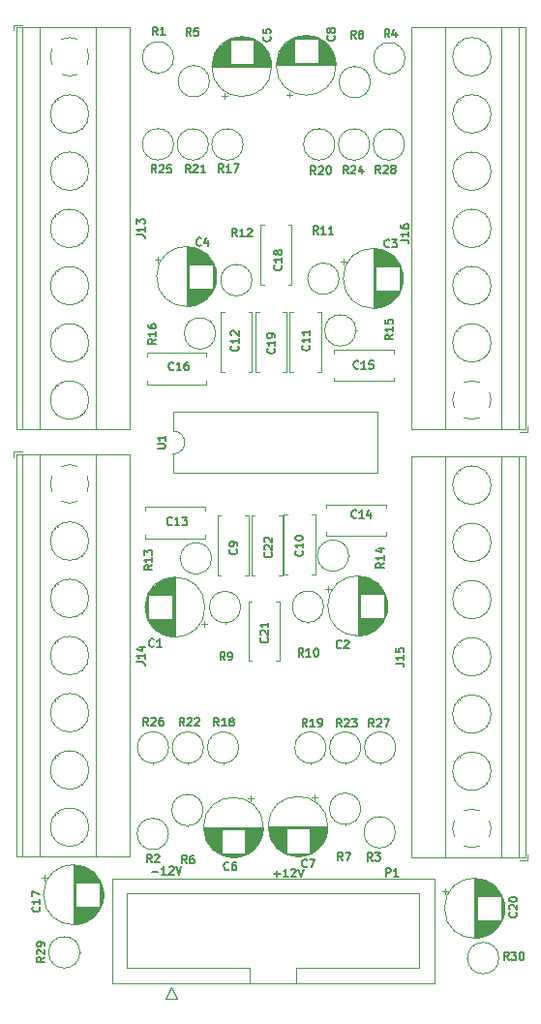
<source format=gbr>
%TF.GenerationSoftware,KiCad,Pcbnew,(5.1.7)-1*%
%TF.CreationDate,2020-11-12T11:31:24+03:00*%
%TF.ProjectId,stomp adapter,73746f6d-7020-4616-9461-707465722e6b,rev?*%
%TF.SameCoordinates,Original*%
%TF.FileFunction,Legend,Top*%
%TF.FilePolarity,Positive*%
%FSLAX46Y46*%
G04 Gerber Fmt 4.6, Leading zero omitted, Abs format (unit mm)*
G04 Created by KiCad (PCBNEW (5.1.7)-1) date 2020-11-12 11:31:24*
%MOMM*%
%LPD*%
G01*
G04 APERTURE LIST*
%ADD10C,0.150000*%
%ADD11C,0.120000*%
G04 APERTURE END LIST*
D10*
X52826666Y-104200000D02*
X53360000Y-104200000D01*
X53093333Y-104466666D02*
X53093333Y-103933333D01*
X54060000Y-104466666D02*
X53660000Y-104466666D01*
X53860000Y-104466666D02*
X53860000Y-103766666D01*
X53793333Y-103866666D01*
X53726666Y-103933333D01*
X53660000Y-103966666D01*
X54326666Y-103833333D02*
X54360000Y-103800000D01*
X54426666Y-103766666D01*
X54593333Y-103766666D01*
X54660000Y-103800000D01*
X54693333Y-103833333D01*
X54726666Y-103900000D01*
X54726666Y-103966666D01*
X54693333Y-104066666D01*
X54293333Y-104466666D01*
X54726666Y-104466666D01*
X54926666Y-103766666D02*
X55160000Y-104466666D01*
X55393333Y-103766666D01*
X42146666Y-103990000D02*
X42680000Y-103990000D01*
X43380000Y-104256666D02*
X42980000Y-104256666D01*
X43180000Y-104256666D02*
X43180000Y-103556666D01*
X43113333Y-103656666D01*
X43046666Y-103723333D01*
X42980000Y-103756666D01*
X43646666Y-103623333D02*
X43680000Y-103590000D01*
X43746666Y-103556666D01*
X43913333Y-103556666D01*
X43980000Y-103590000D01*
X44013333Y-103623333D01*
X44046666Y-103690000D01*
X44046666Y-103756666D01*
X44013333Y-103856666D01*
X43613333Y-104256666D01*
X44046666Y-104256666D01*
X44246666Y-103556666D02*
X44480000Y-104256666D01*
X44713333Y-103556666D01*
D11*
%TO.C,C17*%
X32705225Y-104295000D02*
X32705225Y-104795000D01*
X32455225Y-104545000D02*
X32955225Y-104545000D01*
X37861000Y-105736000D02*
X37861000Y-106304000D01*
X37821000Y-105502000D02*
X37821000Y-106538000D01*
X37781000Y-105343000D02*
X37781000Y-106697000D01*
X37741000Y-105215000D02*
X37741000Y-106825000D01*
X37701000Y-105105000D02*
X37701000Y-106935000D01*
X37661000Y-105009000D02*
X37661000Y-107031000D01*
X37621000Y-104922000D02*
X37621000Y-107118000D01*
X37581000Y-104842000D02*
X37581000Y-107198000D01*
X37541000Y-107060000D02*
X37541000Y-107271000D01*
X37541000Y-104769000D02*
X37541000Y-104980000D01*
X37501000Y-107060000D02*
X37501000Y-107339000D01*
X37501000Y-104701000D02*
X37501000Y-104980000D01*
X37461000Y-107060000D02*
X37461000Y-107403000D01*
X37461000Y-104637000D02*
X37461000Y-104980000D01*
X37421000Y-107060000D02*
X37421000Y-107463000D01*
X37421000Y-104577000D02*
X37421000Y-104980000D01*
X37381000Y-107060000D02*
X37381000Y-107520000D01*
X37381000Y-104520000D02*
X37381000Y-104980000D01*
X37341000Y-107060000D02*
X37341000Y-107574000D01*
X37341000Y-104466000D02*
X37341000Y-104980000D01*
X37301000Y-107060000D02*
X37301000Y-107625000D01*
X37301000Y-104415000D02*
X37301000Y-104980000D01*
X37261000Y-107060000D02*
X37261000Y-107673000D01*
X37261000Y-104367000D02*
X37261000Y-104980000D01*
X37221000Y-107060000D02*
X37221000Y-107719000D01*
X37221000Y-104321000D02*
X37221000Y-104980000D01*
X37181000Y-107060000D02*
X37181000Y-107763000D01*
X37181000Y-104277000D02*
X37181000Y-104980000D01*
X37141000Y-107060000D02*
X37141000Y-107805000D01*
X37141000Y-104235000D02*
X37141000Y-104980000D01*
X37101000Y-107060000D02*
X37101000Y-107846000D01*
X37101000Y-104194000D02*
X37101000Y-104980000D01*
X37061000Y-107060000D02*
X37061000Y-107884000D01*
X37061000Y-104156000D02*
X37061000Y-104980000D01*
X37021000Y-107060000D02*
X37021000Y-107921000D01*
X37021000Y-104119000D02*
X37021000Y-104980000D01*
X36981000Y-107060000D02*
X36981000Y-107957000D01*
X36981000Y-104083000D02*
X36981000Y-104980000D01*
X36941000Y-107060000D02*
X36941000Y-107991000D01*
X36941000Y-104049000D02*
X36941000Y-104980000D01*
X36901000Y-107060000D02*
X36901000Y-108024000D01*
X36901000Y-104016000D02*
X36901000Y-104980000D01*
X36861000Y-107060000D02*
X36861000Y-108055000D01*
X36861000Y-103985000D02*
X36861000Y-104980000D01*
X36821000Y-107060000D02*
X36821000Y-108085000D01*
X36821000Y-103955000D02*
X36821000Y-104980000D01*
X36781000Y-107060000D02*
X36781000Y-108115000D01*
X36781000Y-103925000D02*
X36781000Y-104980000D01*
X36741000Y-107060000D02*
X36741000Y-108142000D01*
X36741000Y-103898000D02*
X36741000Y-104980000D01*
X36701000Y-107060000D02*
X36701000Y-108169000D01*
X36701000Y-103871000D02*
X36701000Y-104980000D01*
X36661000Y-107060000D02*
X36661000Y-108195000D01*
X36661000Y-103845000D02*
X36661000Y-104980000D01*
X36621000Y-107060000D02*
X36621000Y-108220000D01*
X36621000Y-103820000D02*
X36621000Y-104980000D01*
X36581000Y-107060000D02*
X36581000Y-108244000D01*
X36581000Y-103796000D02*
X36581000Y-104980000D01*
X36541000Y-107060000D02*
X36541000Y-108267000D01*
X36541000Y-103773000D02*
X36541000Y-104980000D01*
X36501000Y-107060000D02*
X36501000Y-108288000D01*
X36501000Y-103752000D02*
X36501000Y-104980000D01*
X36461000Y-107060000D02*
X36461000Y-108310000D01*
X36461000Y-103730000D02*
X36461000Y-104980000D01*
X36421000Y-107060000D02*
X36421000Y-108330000D01*
X36421000Y-103710000D02*
X36421000Y-104980000D01*
X36381000Y-107060000D02*
X36381000Y-108349000D01*
X36381000Y-103691000D02*
X36381000Y-104980000D01*
X36341000Y-107060000D02*
X36341000Y-108368000D01*
X36341000Y-103672000D02*
X36341000Y-104980000D01*
X36301000Y-107060000D02*
X36301000Y-108385000D01*
X36301000Y-103655000D02*
X36301000Y-104980000D01*
X36261000Y-107060000D02*
X36261000Y-108402000D01*
X36261000Y-103638000D02*
X36261000Y-104980000D01*
X36221000Y-107060000D02*
X36221000Y-108418000D01*
X36221000Y-103622000D02*
X36221000Y-104980000D01*
X36181000Y-107060000D02*
X36181000Y-108434000D01*
X36181000Y-103606000D02*
X36181000Y-104980000D01*
X36141000Y-107060000D02*
X36141000Y-108448000D01*
X36141000Y-103592000D02*
X36141000Y-104980000D01*
X36101000Y-107060000D02*
X36101000Y-108462000D01*
X36101000Y-103578000D02*
X36101000Y-104980000D01*
X36061000Y-107060000D02*
X36061000Y-108475000D01*
X36061000Y-103565000D02*
X36061000Y-104980000D01*
X36021000Y-107060000D02*
X36021000Y-108488000D01*
X36021000Y-103552000D02*
X36021000Y-104980000D01*
X35981000Y-107060000D02*
X35981000Y-108500000D01*
X35981000Y-103540000D02*
X35981000Y-104980000D01*
X35940000Y-107060000D02*
X35940000Y-108511000D01*
X35940000Y-103529000D02*
X35940000Y-104980000D01*
X35900000Y-107060000D02*
X35900000Y-108521000D01*
X35900000Y-103519000D02*
X35900000Y-104980000D01*
X35860000Y-107060000D02*
X35860000Y-108531000D01*
X35860000Y-103509000D02*
X35860000Y-104980000D01*
X35820000Y-107060000D02*
X35820000Y-108540000D01*
X35820000Y-103500000D02*
X35820000Y-104980000D01*
X35780000Y-107060000D02*
X35780000Y-108548000D01*
X35780000Y-103492000D02*
X35780000Y-104980000D01*
X35740000Y-107060000D02*
X35740000Y-108556000D01*
X35740000Y-103484000D02*
X35740000Y-104980000D01*
X35700000Y-107060000D02*
X35700000Y-108563000D01*
X35700000Y-103477000D02*
X35700000Y-104980000D01*
X35660000Y-107060000D02*
X35660000Y-108570000D01*
X35660000Y-103470000D02*
X35660000Y-104980000D01*
X35620000Y-107060000D02*
X35620000Y-108576000D01*
X35620000Y-103464000D02*
X35620000Y-104980000D01*
X35580000Y-107060000D02*
X35580000Y-108581000D01*
X35580000Y-103459000D02*
X35580000Y-104980000D01*
X35540000Y-107060000D02*
X35540000Y-108585000D01*
X35540000Y-103455000D02*
X35540000Y-104980000D01*
X35500000Y-107060000D02*
X35500000Y-108589000D01*
X35500000Y-103451000D02*
X35500000Y-104980000D01*
X35460000Y-103447000D02*
X35460000Y-108593000D01*
X35420000Y-103444000D02*
X35420000Y-108596000D01*
X35380000Y-103442000D02*
X35380000Y-108598000D01*
X35340000Y-103441000D02*
X35340000Y-108599000D01*
X35300000Y-103440000D02*
X35300000Y-108600000D01*
X35260000Y-103440000D02*
X35260000Y-108600000D01*
X37880000Y-106020000D02*
G75*
G03*
X37880000Y-106020000I-2620000J0D01*
G01*
%TO.C,C4*%
X42605225Y-50265000D02*
X42605225Y-50765000D01*
X42355225Y-50515000D02*
X42855225Y-50515000D01*
X47761000Y-51706000D02*
X47761000Y-52274000D01*
X47721000Y-51472000D02*
X47721000Y-52508000D01*
X47681000Y-51313000D02*
X47681000Y-52667000D01*
X47641000Y-51185000D02*
X47641000Y-52795000D01*
X47601000Y-51075000D02*
X47601000Y-52905000D01*
X47561000Y-50979000D02*
X47561000Y-53001000D01*
X47521000Y-50892000D02*
X47521000Y-53088000D01*
X47481000Y-50812000D02*
X47481000Y-53168000D01*
X47441000Y-53030000D02*
X47441000Y-53241000D01*
X47441000Y-50739000D02*
X47441000Y-50950000D01*
X47401000Y-53030000D02*
X47401000Y-53309000D01*
X47401000Y-50671000D02*
X47401000Y-50950000D01*
X47361000Y-53030000D02*
X47361000Y-53373000D01*
X47361000Y-50607000D02*
X47361000Y-50950000D01*
X47321000Y-53030000D02*
X47321000Y-53433000D01*
X47321000Y-50547000D02*
X47321000Y-50950000D01*
X47281000Y-53030000D02*
X47281000Y-53490000D01*
X47281000Y-50490000D02*
X47281000Y-50950000D01*
X47241000Y-53030000D02*
X47241000Y-53544000D01*
X47241000Y-50436000D02*
X47241000Y-50950000D01*
X47201000Y-53030000D02*
X47201000Y-53595000D01*
X47201000Y-50385000D02*
X47201000Y-50950000D01*
X47161000Y-53030000D02*
X47161000Y-53643000D01*
X47161000Y-50337000D02*
X47161000Y-50950000D01*
X47121000Y-53030000D02*
X47121000Y-53689000D01*
X47121000Y-50291000D02*
X47121000Y-50950000D01*
X47081000Y-53030000D02*
X47081000Y-53733000D01*
X47081000Y-50247000D02*
X47081000Y-50950000D01*
X47041000Y-53030000D02*
X47041000Y-53775000D01*
X47041000Y-50205000D02*
X47041000Y-50950000D01*
X47001000Y-53030000D02*
X47001000Y-53816000D01*
X47001000Y-50164000D02*
X47001000Y-50950000D01*
X46961000Y-53030000D02*
X46961000Y-53854000D01*
X46961000Y-50126000D02*
X46961000Y-50950000D01*
X46921000Y-53030000D02*
X46921000Y-53891000D01*
X46921000Y-50089000D02*
X46921000Y-50950000D01*
X46881000Y-53030000D02*
X46881000Y-53927000D01*
X46881000Y-50053000D02*
X46881000Y-50950000D01*
X46841000Y-53030000D02*
X46841000Y-53961000D01*
X46841000Y-50019000D02*
X46841000Y-50950000D01*
X46801000Y-53030000D02*
X46801000Y-53994000D01*
X46801000Y-49986000D02*
X46801000Y-50950000D01*
X46761000Y-53030000D02*
X46761000Y-54025000D01*
X46761000Y-49955000D02*
X46761000Y-50950000D01*
X46721000Y-53030000D02*
X46721000Y-54055000D01*
X46721000Y-49925000D02*
X46721000Y-50950000D01*
X46681000Y-53030000D02*
X46681000Y-54085000D01*
X46681000Y-49895000D02*
X46681000Y-50950000D01*
X46641000Y-53030000D02*
X46641000Y-54112000D01*
X46641000Y-49868000D02*
X46641000Y-50950000D01*
X46601000Y-53030000D02*
X46601000Y-54139000D01*
X46601000Y-49841000D02*
X46601000Y-50950000D01*
X46561000Y-53030000D02*
X46561000Y-54165000D01*
X46561000Y-49815000D02*
X46561000Y-50950000D01*
X46521000Y-53030000D02*
X46521000Y-54190000D01*
X46521000Y-49790000D02*
X46521000Y-50950000D01*
X46481000Y-53030000D02*
X46481000Y-54214000D01*
X46481000Y-49766000D02*
X46481000Y-50950000D01*
X46441000Y-53030000D02*
X46441000Y-54237000D01*
X46441000Y-49743000D02*
X46441000Y-50950000D01*
X46401000Y-53030000D02*
X46401000Y-54258000D01*
X46401000Y-49722000D02*
X46401000Y-50950000D01*
X46361000Y-53030000D02*
X46361000Y-54280000D01*
X46361000Y-49700000D02*
X46361000Y-50950000D01*
X46321000Y-53030000D02*
X46321000Y-54300000D01*
X46321000Y-49680000D02*
X46321000Y-50950000D01*
X46281000Y-53030000D02*
X46281000Y-54319000D01*
X46281000Y-49661000D02*
X46281000Y-50950000D01*
X46241000Y-53030000D02*
X46241000Y-54338000D01*
X46241000Y-49642000D02*
X46241000Y-50950000D01*
X46201000Y-53030000D02*
X46201000Y-54355000D01*
X46201000Y-49625000D02*
X46201000Y-50950000D01*
X46161000Y-53030000D02*
X46161000Y-54372000D01*
X46161000Y-49608000D02*
X46161000Y-50950000D01*
X46121000Y-53030000D02*
X46121000Y-54388000D01*
X46121000Y-49592000D02*
X46121000Y-50950000D01*
X46081000Y-53030000D02*
X46081000Y-54404000D01*
X46081000Y-49576000D02*
X46081000Y-50950000D01*
X46041000Y-53030000D02*
X46041000Y-54418000D01*
X46041000Y-49562000D02*
X46041000Y-50950000D01*
X46001000Y-53030000D02*
X46001000Y-54432000D01*
X46001000Y-49548000D02*
X46001000Y-50950000D01*
X45961000Y-53030000D02*
X45961000Y-54445000D01*
X45961000Y-49535000D02*
X45961000Y-50950000D01*
X45921000Y-53030000D02*
X45921000Y-54458000D01*
X45921000Y-49522000D02*
X45921000Y-50950000D01*
X45881000Y-53030000D02*
X45881000Y-54470000D01*
X45881000Y-49510000D02*
X45881000Y-50950000D01*
X45840000Y-53030000D02*
X45840000Y-54481000D01*
X45840000Y-49499000D02*
X45840000Y-50950000D01*
X45800000Y-53030000D02*
X45800000Y-54491000D01*
X45800000Y-49489000D02*
X45800000Y-50950000D01*
X45760000Y-53030000D02*
X45760000Y-54501000D01*
X45760000Y-49479000D02*
X45760000Y-50950000D01*
X45720000Y-53030000D02*
X45720000Y-54510000D01*
X45720000Y-49470000D02*
X45720000Y-50950000D01*
X45680000Y-53030000D02*
X45680000Y-54518000D01*
X45680000Y-49462000D02*
X45680000Y-50950000D01*
X45640000Y-53030000D02*
X45640000Y-54526000D01*
X45640000Y-49454000D02*
X45640000Y-50950000D01*
X45600000Y-53030000D02*
X45600000Y-54533000D01*
X45600000Y-49447000D02*
X45600000Y-50950000D01*
X45560000Y-53030000D02*
X45560000Y-54540000D01*
X45560000Y-49440000D02*
X45560000Y-50950000D01*
X45520000Y-53030000D02*
X45520000Y-54546000D01*
X45520000Y-49434000D02*
X45520000Y-50950000D01*
X45480000Y-53030000D02*
X45480000Y-54551000D01*
X45480000Y-49429000D02*
X45480000Y-50950000D01*
X45440000Y-53030000D02*
X45440000Y-54555000D01*
X45440000Y-49425000D02*
X45440000Y-50950000D01*
X45400000Y-53030000D02*
X45400000Y-54559000D01*
X45400000Y-49421000D02*
X45400000Y-50950000D01*
X45360000Y-49417000D02*
X45360000Y-54563000D01*
X45320000Y-49414000D02*
X45320000Y-54566000D01*
X45280000Y-49412000D02*
X45280000Y-54568000D01*
X45240000Y-49411000D02*
X45240000Y-54569000D01*
X45200000Y-49410000D02*
X45200000Y-54570000D01*
X45160000Y-49410000D02*
X45160000Y-54570000D01*
X47780000Y-51990000D02*
G75*
G03*
X47780000Y-51990000I-2620000J0D01*
G01*
%TO.C,C7*%
X56635000Y-97505225D02*
X56135000Y-97505225D01*
X56385000Y-97255225D02*
X56385000Y-97755225D01*
X55194000Y-102661000D02*
X54626000Y-102661000D01*
X55428000Y-102621000D02*
X54392000Y-102621000D01*
X55587000Y-102581000D02*
X54233000Y-102581000D01*
X55715000Y-102541000D02*
X54105000Y-102541000D01*
X55825000Y-102501000D02*
X53995000Y-102501000D01*
X55921000Y-102461000D02*
X53899000Y-102461000D01*
X56008000Y-102421000D02*
X53812000Y-102421000D01*
X56088000Y-102381000D02*
X53732000Y-102381000D01*
X53870000Y-102341000D02*
X53659000Y-102341000D01*
X56161000Y-102341000D02*
X55950000Y-102341000D01*
X53870000Y-102301000D02*
X53591000Y-102301000D01*
X56229000Y-102301000D02*
X55950000Y-102301000D01*
X53870000Y-102261000D02*
X53527000Y-102261000D01*
X56293000Y-102261000D02*
X55950000Y-102261000D01*
X53870000Y-102221000D02*
X53467000Y-102221000D01*
X56353000Y-102221000D02*
X55950000Y-102221000D01*
X53870000Y-102181000D02*
X53410000Y-102181000D01*
X56410000Y-102181000D02*
X55950000Y-102181000D01*
X53870000Y-102141000D02*
X53356000Y-102141000D01*
X56464000Y-102141000D02*
X55950000Y-102141000D01*
X53870000Y-102101000D02*
X53305000Y-102101000D01*
X56515000Y-102101000D02*
X55950000Y-102101000D01*
X53870000Y-102061000D02*
X53257000Y-102061000D01*
X56563000Y-102061000D02*
X55950000Y-102061000D01*
X53870000Y-102021000D02*
X53211000Y-102021000D01*
X56609000Y-102021000D02*
X55950000Y-102021000D01*
X53870000Y-101981000D02*
X53167000Y-101981000D01*
X56653000Y-101981000D02*
X55950000Y-101981000D01*
X53870000Y-101941000D02*
X53125000Y-101941000D01*
X56695000Y-101941000D02*
X55950000Y-101941000D01*
X53870000Y-101901000D02*
X53084000Y-101901000D01*
X56736000Y-101901000D02*
X55950000Y-101901000D01*
X53870000Y-101861000D02*
X53046000Y-101861000D01*
X56774000Y-101861000D02*
X55950000Y-101861000D01*
X53870000Y-101821000D02*
X53009000Y-101821000D01*
X56811000Y-101821000D02*
X55950000Y-101821000D01*
X53870000Y-101781000D02*
X52973000Y-101781000D01*
X56847000Y-101781000D02*
X55950000Y-101781000D01*
X53870000Y-101741000D02*
X52939000Y-101741000D01*
X56881000Y-101741000D02*
X55950000Y-101741000D01*
X53870000Y-101701000D02*
X52906000Y-101701000D01*
X56914000Y-101701000D02*
X55950000Y-101701000D01*
X53870000Y-101661000D02*
X52875000Y-101661000D01*
X56945000Y-101661000D02*
X55950000Y-101661000D01*
X53870000Y-101621000D02*
X52845000Y-101621000D01*
X56975000Y-101621000D02*
X55950000Y-101621000D01*
X53870000Y-101581000D02*
X52815000Y-101581000D01*
X57005000Y-101581000D02*
X55950000Y-101581000D01*
X53870000Y-101541000D02*
X52788000Y-101541000D01*
X57032000Y-101541000D02*
X55950000Y-101541000D01*
X53870000Y-101501000D02*
X52761000Y-101501000D01*
X57059000Y-101501000D02*
X55950000Y-101501000D01*
X53870000Y-101461000D02*
X52735000Y-101461000D01*
X57085000Y-101461000D02*
X55950000Y-101461000D01*
X53870000Y-101421000D02*
X52710000Y-101421000D01*
X57110000Y-101421000D02*
X55950000Y-101421000D01*
X53870000Y-101381000D02*
X52686000Y-101381000D01*
X57134000Y-101381000D02*
X55950000Y-101381000D01*
X53870000Y-101341000D02*
X52663000Y-101341000D01*
X57157000Y-101341000D02*
X55950000Y-101341000D01*
X53870000Y-101301000D02*
X52642000Y-101301000D01*
X57178000Y-101301000D02*
X55950000Y-101301000D01*
X53870000Y-101261000D02*
X52620000Y-101261000D01*
X57200000Y-101261000D02*
X55950000Y-101261000D01*
X53870000Y-101221000D02*
X52600000Y-101221000D01*
X57220000Y-101221000D02*
X55950000Y-101221000D01*
X53870000Y-101181000D02*
X52581000Y-101181000D01*
X57239000Y-101181000D02*
X55950000Y-101181000D01*
X53870000Y-101141000D02*
X52562000Y-101141000D01*
X57258000Y-101141000D02*
X55950000Y-101141000D01*
X53870000Y-101101000D02*
X52545000Y-101101000D01*
X57275000Y-101101000D02*
X55950000Y-101101000D01*
X53870000Y-101061000D02*
X52528000Y-101061000D01*
X57292000Y-101061000D02*
X55950000Y-101061000D01*
X53870000Y-101021000D02*
X52512000Y-101021000D01*
X57308000Y-101021000D02*
X55950000Y-101021000D01*
X53870000Y-100981000D02*
X52496000Y-100981000D01*
X57324000Y-100981000D02*
X55950000Y-100981000D01*
X53870000Y-100941000D02*
X52482000Y-100941000D01*
X57338000Y-100941000D02*
X55950000Y-100941000D01*
X53870000Y-100901000D02*
X52468000Y-100901000D01*
X57352000Y-100901000D02*
X55950000Y-100901000D01*
X53870000Y-100861000D02*
X52455000Y-100861000D01*
X57365000Y-100861000D02*
X55950000Y-100861000D01*
X53870000Y-100821000D02*
X52442000Y-100821000D01*
X57378000Y-100821000D02*
X55950000Y-100821000D01*
X53870000Y-100781000D02*
X52430000Y-100781000D01*
X57390000Y-100781000D02*
X55950000Y-100781000D01*
X53870000Y-100740000D02*
X52419000Y-100740000D01*
X57401000Y-100740000D02*
X55950000Y-100740000D01*
X53870000Y-100700000D02*
X52409000Y-100700000D01*
X57411000Y-100700000D02*
X55950000Y-100700000D01*
X53870000Y-100660000D02*
X52399000Y-100660000D01*
X57421000Y-100660000D02*
X55950000Y-100660000D01*
X53870000Y-100620000D02*
X52390000Y-100620000D01*
X57430000Y-100620000D02*
X55950000Y-100620000D01*
X53870000Y-100580000D02*
X52382000Y-100580000D01*
X57438000Y-100580000D02*
X55950000Y-100580000D01*
X53870000Y-100540000D02*
X52374000Y-100540000D01*
X57446000Y-100540000D02*
X55950000Y-100540000D01*
X53870000Y-100500000D02*
X52367000Y-100500000D01*
X57453000Y-100500000D02*
X55950000Y-100500000D01*
X53870000Y-100460000D02*
X52360000Y-100460000D01*
X57460000Y-100460000D02*
X55950000Y-100460000D01*
X53870000Y-100420000D02*
X52354000Y-100420000D01*
X57466000Y-100420000D02*
X55950000Y-100420000D01*
X53870000Y-100380000D02*
X52349000Y-100380000D01*
X57471000Y-100380000D02*
X55950000Y-100380000D01*
X53870000Y-100340000D02*
X52345000Y-100340000D01*
X57475000Y-100340000D02*
X55950000Y-100340000D01*
X53870000Y-100300000D02*
X52341000Y-100300000D01*
X57479000Y-100300000D02*
X55950000Y-100300000D01*
X57483000Y-100260000D02*
X52337000Y-100260000D01*
X57486000Y-100220000D02*
X52334000Y-100220000D01*
X57488000Y-100180000D02*
X52332000Y-100180000D01*
X57489000Y-100140000D02*
X52331000Y-100140000D01*
X57490000Y-100100000D02*
X52330000Y-100100000D01*
X57490000Y-100060000D02*
X52330000Y-100060000D01*
X57530000Y-100060000D02*
G75*
G03*
X57530000Y-100060000I-2620000J0D01*
G01*
%TO.C,C5*%
X52610000Y-33640000D02*
G75*
G03*
X52610000Y-33640000I-2620000J0D01*
G01*
X47410000Y-33640000D02*
X52570000Y-33640000D01*
X47410000Y-33600000D02*
X52570000Y-33600000D01*
X47411000Y-33560000D02*
X52569000Y-33560000D01*
X47412000Y-33520000D02*
X52568000Y-33520000D01*
X47414000Y-33480000D02*
X52566000Y-33480000D01*
X47417000Y-33440000D02*
X52563000Y-33440000D01*
X47421000Y-33400000D02*
X48950000Y-33400000D01*
X51030000Y-33400000D02*
X52559000Y-33400000D01*
X47425000Y-33360000D02*
X48950000Y-33360000D01*
X51030000Y-33360000D02*
X52555000Y-33360000D01*
X47429000Y-33320000D02*
X48950000Y-33320000D01*
X51030000Y-33320000D02*
X52551000Y-33320000D01*
X47434000Y-33280000D02*
X48950000Y-33280000D01*
X51030000Y-33280000D02*
X52546000Y-33280000D01*
X47440000Y-33240000D02*
X48950000Y-33240000D01*
X51030000Y-33240000D02*
X52540000Y-33240000D01*
X47447000Y-33200000D02*
X48950000Y-33200000D01*
X51030000Y-33200000D02*
X52533000Y-33200000D01*
X47454000Y-33160000D02*
X48950000Y-33160000D01*
X51030000Y-33160000D02*
X52526000Y-33160000D01*
X47462000Y-33120000D02*
X48950000Y-33120000D01*
X51030000Y-33120000D02*
X52518000Y-33120000D01*
X47470000Y-33080000D02*
X48950000Y-33080000D01*
X51030000Y-33080000D02*
X52510000Y-33080000D01*
X47479000Y-33040000D02*
X48950000Y-33040000D01*
X51030000Y-33040000D02*
X52501000Y-33040000D01*
X47489000Y-33000000D02*
X48950000Y-33000000D01*
X51030000Y-33000000D02*
X52491000Y-33000000D01*
X47499000Y-32960000D02*
X48950000Y-32960000D01*
X51030000Y-32960000D02*
X52481000Y-32960000D01*
X47510000Y-32919000D02*
X48950000Y-32919000D01*
X51030000Y-32919000D02*
X52470000Y-32919000D01*
X47522000Y-32879000D02*
X48950000Y-32879000D01*
X51030000Y-32879000D02*
X52458000Y-32879000D01*
X47535000Y-32839000D02*
X48950000Y-32839000D01*
X51030000Y-32839000D02*
X52445000Y-32839000D01*
X47548000Y-32799000D02*
X48950000Y-32799000D01*
X51030000Y-32799000D02*
X52432000Y-32799000D01*
X47562000Y-32759000D02*
X48950000Y-32759000D01*
X51030000Y-32759000D02*
X52418000Y-32759000D01*
X47576000Y-32719000D02*
X48950000Y-32719000D01*
X51030000Y-32719000D02*
X52404000Y-32719000D01*
X47592000Y-32679000D02*
X48950000Y-32679000D01*
X51030000Y-32679000D02*
X52388000Y-32679000D01*
X47608000Y-32639000D02*
X48950000Y-32639000D01*
X51030000Y-32639000D02*
X52372000Y-32639000D01*
X47625000Y-32599000D02*
X48950000Y-32599000D01*
X51030000Y-32599000D02*
X52355000Y-32599000D01*
X47642000Y-32559000D02*
X48950000Y-32559000D01*
X51030000Y-32559000D02*
X52338000Y-32559000D01*
X47661000Y-32519000D02*
X48950000Y-32519000D01*
X51030000Y-32519000D02*
X52319000Y-32519000D01*
X47680000Y-32479000D02*
X48950000Y-32479000D01*
X51030000Y-32479000D02*
X52300000Y-32479000D01*
X47700000Y-32439000D02*
X48950000Y-32439000D01*
X51030000Y-32439000D02*
X52280000Y-32439000D01*
X47722000Y-32399000D02*
X48950000Y-32399000D01*
X51030000Y-32399000D02*
X52258000Y-32399000D01*
X47743000Y-32359000D02*
X48950000Y-32359000D01*
X51030000Y-32359000D02*
X52237000Y-32359000D01*
X47766000Y-32319000D02*
X48950000Y-32319000D01*
X51030000Y-32319000D02*
X52214000Y-32319000D01*
X47790000Y-32279000D02*
X48950000Y-32279000D01*
X51030000Y-32279000D02*
X52190000Y-32279000D01*
X47815000Y-32239000D02*
X48950000Y-32239000D01*
X51030000Y-32239000D02*
X52165000Y-32239000D01*
X47841000Y-32199000D02*
X48950000Y-32199000D01*
X51030000Y-32199000D02*
X52139000Y-32199000D01*
X47868000Y-32159000D02*
X48950000Y-32159000D01*
X51030000Y-32159000D02*
X52112000Y-32159000D01*
X47895000Y-32119000D02*
X48950000Y-32119000D01*
X51030000Y-32119000D02*
X52085000Y-32119000D01*
X47925000Y-32079000D02*
X48950000Y-32079000D01*
X51030000Y-32079000D02*
X52055000Y-32079000D01*
X47955000Y-32039000D02*
X48950000Y-32039000D01*
X51030000Y-32039000D02*
X52025000Y-32039000D01*
X47986000Y-31999000D02*
X48950000Y-31999000D01*
X51030000Y-31999000D02*
X51994000Y-31999000D01*
X48019000Y-31959000D02*
X48950000Y-31959000D01*
X51030000Y-31959000D02*
X51961000Y-31959000D01*
X48053000Y-31919000D02*
X48950000Y-31919000D01*
X51030000Y-31919000D02*
X51927000Y-31919000D01*
X48089000Y-31879000D02*
X48950000Y-31879000D01*
X51030000Y-31879000D02*
X51891000Y-31879000D01*
X48126000Y-31839000D02*
X48950000Y-31839000D01*
X51030000Y-31839000D02*
X51854000Y-31839000D01*
X48164000Y-31799000D02*
X48950000Y-31799000D01*
X51030000Y-31799000D02*
X51816000Y-31799000D01*
X48205000Y-31759000D02*
X48950000Y-31759000D01*
X51030000Y-31759000D02*
X51775000Y-31759000D01*
X48247000Y-31719000D02*
X48950000Y-31719000D01*
X51030000Y-31719000D02*
X51733000Y-31719000D01*
X48291000Y-31679000D02*
X48950000Y-31679000D01*
X51030000Y-31679000D02*
X51689000Y-31679000D01*
X48337000Y-31639000D02*
X48950000Y-31639000D01*
X51030000Y-31639000D02*
X51643000Y-31639000D01*
X48385000Y-31599000D02*
X48950000Y-31599000D01*
X51030000Y-31599000D02*
X51595000Y-31599000D01*
X48436000Y-31559000D02*
X48950000Y-31559000D01*
X51030000Y-31559000D02*
X51544000Y-31559000D01*
X48490000Y-31519000D02*
X48950000Y-31519000D01*
X51030000Y-31519000D02*
X51490000Y-31519000D01*
X48547000Y-31479000D02*
X48950000Y-31479000D01*
X51030000Y-31479000D02*
X51433000Y-31479000D01*
X48607000Y-31439000D02*
X48950000Y-31439000D01*
X51030000Y-31439000D02*
X51373000Y-31439000D01*
X48671000Y-31399000D02*
X48950000Y-31399000D01*
X51030000Y-31399000D02*
X51309000Y-31399000D01*
X48739000Y-31359000D02*
X48950000Y-31359000D01*
X51030000Y-31359000D02*
X51241000Y-31359000D01*
X48812000Y-31319000D02*
X51168000Y-31319000D01*
X48892000Y-31279000D02*
X51088000Y-31279000D01*
X48979000Y-31239000D02*
X51001000Y-31239000D01*
X49075000Y-31199000D02*
X50905000Y-31199000D01*
X49185000Y-31159000D02*
X50795000Y-31159000D01*
X49313000Y-31119000D02*
X50667000Y-31119000D01*
X49472000Y-31079000D02*
X50508000Y-31079000D01*
X49706000Y-31039000D02*
X50274000Y-31039000D01*
X48515000Y-36444775D02*
X48515000Y-35944775D01*
X48265000Y-36194775D02*
X48765000Y-36194775D01*
%TO.C,C1*%
X46770000Y-80890000D02*
G75*
G03*
X46770000Y-80890000I-2620000J0D01*
G01*
X44150000Y-83470000D02*
X44150000Y-78310000D01*
X44110000Y-83470000D02*
X44110000Y-78310000D01*
X44070000Y-83469000D02*
X44070000Y-78311000D01*
X44030000Y-83468000D02*
X44030000Y-78312000D01*
X43990000Y-83466000D02*
X43990000Y-78314000D01*
X43950000Y-83463000D02*
X43950000Y-78317000D01*
X43910000Y-83459000D02*
X43910000Y-81930000D01*
X43910000Y-79850000D02*
X43910000Y-78321000D01*
X43870000Y-83455000D02*
X43870000Y-81930000D01*
X43870000Y-79850000D02*
X43870000Y-78325000D01*
X43830000Y-83451000D02*
X43830000Y-81930000D01*
X43830000Y-79850000D02*
X43830000Y-78329000D01*
X43790000Y-83446000D02*
X43790000Y-81930000D01*
X43790000Y-79850000D02*
X43790000Y-78334000D01*
X43750000Y-83440000D02*
X43750000Y-81930000D01*
X43750000Y-79850000D02*
X43750000Y-78340000D01*
X43710000Y-83433000D02*
X43710000Y-81930000D01*
X43710000Y-79850000D02*
X43710000Y-78347000D01*
X43670000Y-83426000D02*
X43670000Y-81930000D01*
X43670000Y-79850000D02*
X43670000Y-78354000D01*
X43630000Y-83418000D02*
X43630000Y-81930000D01*
X43630000Y-79850000D02*
X43630000Y-78362000D01*
X43590000Y-83410000D02*
X43590000Y-81930000D01*
X43590000Y-79850000D02*
X43590000Y-78370000D01*
X43550000Y-83401000D02*
X43550000Y-81930000D01*
X43550000Y-79850000D02*
X43550000Y-78379000D01*
X43510000Y-83391000D02*
X43510000Y-81930000D01*
X43510000Y-79850000D02*
X43510000Y-78389000D01*
X43470000Y-83381000D02*
X43470000Y-81930000D01*
X43470000Y-79850000D02*
X43470000Y-78399000D01*
X43429000Y-83370000D02*
X43429000Y-81930000D01*
X43429000Y-79850000D02*
X43429000Y-78410000D01*
X43389000Y-83358000D02*
X43389000Y-81930000D01*
X43389000Y-79850000D02*
X43389000Y-78422000D01*
X43349000Y-83345000D02*
X43349000Y-81930000D01*
X43349000Y-79850000D02*
X43349000Y-78435000D01*
X43309000Y-83332000D02*
X43309000Y-81930000D01*
X43309000Y-79850000D02*
X43309000Y-78448000D01*
X43269000Y-83318000D02*
X43269000Y-81930000D01*
X43269000Y-79850000D02*
X43269000Y-78462000D01*
X43229000Y-83304000D02*
X43229000Y-81930000D01*
X43229000Y-79850000D02*
X43229000Y-78476000D01*
X43189000Y-83288000D02*
X43189000Y-81930000D01*
X43189000Y-79850000D02*
X43189000Y-78492000D01*
X43149000Y-83272000D02*
X43149000Y-81930000D01*
X43149000Y-79850000D02*
X43149000Y-78508000D01*
X43109000Y-83255000D02*
X43109000Y-81930000D01*
X43109000Y-79850000D02*
X43109000Y-78525000D01*
X43069000Y-83238000D02*
X43069000Y-81930000D01*
X43069000Y-79850000D02*
X43069000Y-78542000D01*
X43029000Y-83219000D02*
X43029000Y-81930000D01*
X43029000Y-79850000D02*
X43029000Y-78561000D01*
X42989000Y-83200000D02*
X42989000Y-81930000D01*
X42989000Y-79850000D02*
X42989000Y-78580000D01*
X42949000Y-83180000D02*
X42949000Y-81930000D01*
X42949000Y-79850000D02*
X42949000Y-78600000D01*
X42909000Y-83158000D02*
X42909000Y-81930000D01*
X42909000Y-79850000D02*
X42909000Y-78622000D01*
X42869000Y-83137000D02*
X42869000Y-81930000D01*
X42869000Y-79850000D02*
X42869000Y-78643000D01*
X42829000Y-83114000D02*
X42829000Y-81930000D01*
X42829000Y-79850000D02*
X42829000Y-78666000D01*
X42789000Y-83090000D02*
X42789000Y-81930000D01*
X42789000Y-79850000D02*
X42789000Y-78690000D01*
X42749000Y-83065000D02*
X42749000Y-81930000D01*
X42749000Y-79850000D02*
X42749000Y-78715000D01*
X42709000Y-83039000D02*
X42709000Y-81930000D01*
X42709000Y-79850000D02*
X42709000Y-78741000D01*
X42669000Y-83012000D02*
X42669000Y-81930000D01*
X42669000Y-79850000D02*
X42669000Y-78768000D01*
X42629000Y-82985000D02*
X42629000Y-81930000D01*
X42629000Y-79850000D02*
X42629000Y-78795000D01*
X42589000Y-82955000D02*
X42589000Y-81930000D01*
X42589000Y-79850000D02*
X42589000Y-78825000D01*
X42549000Y-82925000D02*
X42549000Y-81930000D01*
X42549000Y-79850000D02*
X42549000Y-78855000D01*
X42509000Y-82894000D02*
X42509000Y-81930000D01*
X42509000Y-79850000D02*
X42509000Y-78886000D01*
X42469000Y-82861000D02*
X42469000Y-81930000D01*
X42469000Y-79850000D02*
X42469000Y-78919000D01*
X42429000Y-82827000D02*
X42429000Y-81930000D01*
X42429000Y-79850000D02*
X42429000Y-78953000D01*
X42389000Y-82791000D02*
X42389000Y-81930000D01*
X42389000Y-79850000D02*
X42389000Y-78989000D01*
X42349000Y-82754000D02*
X42349000Y-81930000D01*
X42349000Y-79850000D02*
X42349000Y-79026000D01*
X42309000Y-82716000D02*
X42309000Y-81930000D01*
X42309000Y-79850000D02*
X42309000Y-79064000D01*
X42269000Y-82675000D02*
X42269000Y-81930000D01*
X42269000Y-79850000D02*
X42269000Y-79105000D01*
X42229000Y-82633000D02*
X42229000Y-81930000D01*
X42229000Y-79850000D02*
X42229000Y-79147000D01*
X42189000Y-82589000D02*
X42189000Y-81930000D01*
X42189000Y-79850000D02*
X42189000Y-79191000D01*
X42149000Y-82543000D02*
X42149000Y-81930000D01*
X42149000Y-79850000D02*
X42149000Y-79237000D01*
X42109000Y-82495000D02*
X42109000Y-81930000D01*
X42109000Y-79850000D02*
X42109000Y-79285000D01*
X42069000Y-82444000D02*
X42069000Y-81930000D01*
X42069000Y-79850000D02*
X42069000Y-79336000D01*
X42029000Y-82390000D02*
X42029000Y-81930000D01*
X42029000Y-79850000D02*
X42029000Y-79390000D01*
X41989000Y-82333000D02*
X41989000Y-81930000D01*
X41989000Y-79850000D02*
X41989000Y-79447000D01*
X41949000Y-82273000D02*
X41949000Y-81930000D01*
X41949000Y-79850000D02*
X41949000Y-79507000D01*
X41909000Y-82209000D02*
X41909000Y-81930000D01*
X41909000Y-79850000D02*
X41909000Y-79571000D01*
X41869000Y-82141000D02*
X41869000Y-81930000D01*
X41869000Y-79850000D02*
X41869000Y-79639000D01*
X41829000Y-82068000D02*
X41829000Y-79712000D01*
X41789000Y-81988000D02*
X41789000Y-79792000D01*
X41749000Y-81901000D02*
X41749000Y-79879000D01*
X41709000Y-81805000D02*
X41709000Y-79975000D01*
X41669000Y-81695000D02*
X41669000Y-80085000D01*
X41629000Y-81567000D02*
X41629000Y-80213000D01*
X41589000Y-81408000D02*
X41589000Y-80372000D01*
X41549000Y-81174000D02*
X41549000Y-80606000D01*
X46954775Y-82365000D02*
X46454775Y-82365000D01*
X46704775Y-82615000D02*
X46704775Y-82115000D01*
%TO.C,C20*%
X72970000Y-107200000D02*
G75*
G03*
X72970000Y-107200000I-2620000J0D01*
G01*
X70350000Y-104620000D02*
X70350000Y-109780000D01*
X70390000Y-104620000D02*
X70390000Y-109780000D01*
X70430000Y-104621000D02*
X70430000Y-109779000D01*
X70470000Y-104622000D02*
X70470000Y-109778000D01*
X70510000Y-104624000D02*
X70510000Y-109776000D01*
X70550000Y-104627000D02*
X70550000Y-109773000D01*
X70590000Y-104631000D02*
X70590000Y-106160000D01*
X70590000Y-108240000D02*
X70590000Y-109769000D01*
X70630000Y-104635000D02*
X70630000Y-106160000D01*
X70630000Y-108240000D02*
X70630000Y-109765000D01*
X70670000Y-104639000D02*
X70670000Y-106160000D01*
X70670000Y-108240000D02*
X70670000Y-109761000D01*
X70710000Y-104644000D02*
X70710000Y-106160000D01*
X70710000Y-108240000D02*
X70710000Y-109756000D01*
X70750000Y-104650000D02*
X70750000Y-106160000D01*
X70750000Y-108240000D02*
X70750000Y-109750000D01*
X70790000Y-104657000D02*
X70790000Y-106160000D01*
X70790000Y-108240000D02*
X70790000Y-109743000D01*
X70830000Y-104664000D02*
X70830000Y-106160000D01*
X70830000Y-108240000D02*
X70830000Y-109736000D01*
X70870000Y-104672000D02*
X70870000Y-106160000D01*
X70870000Y-108240000D02*
X70870000Y-109728000D01*
X70910000Y-104680000D02*
X70910000Y-106160000D01*
X70910000Y-108240000D02*
X70910000Y-109720000D01*
X70950000Y-104689000D02*
X70950000Y-106160000D01*
X70950000Y-108240000D02*
X70950000Y-109711000D01*
X70990000Y-104699000D02*
X70990000Y-106160000D01*
X70990000Y-108240000D02*
X70990000Y-109701000D01*
X71030000Y-104709000D02*
X71030000Y-106160000D01*
X71030000Y-108240000D02*
X71030000Y-109691000D01*
X71071000Y-104720000D02*
X71071000Y-106160000D01*
X71071000Y-108240000D02*
X71071000Y-109680000D01*
X71111000Y-104732000D02*
X71111000Y-106160000D01*
X71111000Y-108240000D02*
X71111000Y-109668000D01*
X71151000Y-104745000D02*
X71151000Y-106160000D01*
X71151000Y-108240000D02*
X71151000Y-109655000D01*
X71191000Y-104758000D02*
X71191000Y-106160000D01*
X71191000Y-108240000D02*
X71191000Y-109642000D01*
X71231000Y-104772000D02*
X71231000Y-106160000D01*
X71231000Y-108240000D02*
X71231000Y-109628000D01*
X71271000Y-104786000D02*
X71271000Y-106160000D01*
X71271000Y-108240000D02*
X71271000Y-109614000D01*
X71311000Y-104802000D02*
X71311000Y-106160000D01*
X71311000Y-108240000D02*
X71311000Y-109598000D01*
X71351000Y-104818000D02*
X71351000Y-106160000D01*
X71351000Y-108240000D02*
X71351000Y-109582000D01*
X71391000Y-104835000D02*
X71391000Y-106160000D01*
X71391000Y-108240000D02*
X71391000Y-109565000D01*
X71431000Y-104852000D02*
X71431000Y-106160000D01*
X71431000Y-108240000D02*
X71431000Y-109548000D01*
X71471000Y-104871000D02*
X71471000Y-106160000D01*
X71471000Y-108240000D02*
X71471000Y-109529000D01*
X71511000Y-104890000D02*
X71511000Y-106160000D01*
X71511000Y-108240000D02*
X71511000Y-109510000D01*
X71551000Y-104910000D02*
X71551000Y-106160000D01*
X71551000Y-108240000D02*
X71551000Y-109490000D01*
X71591000Y-104932000D02*
X71591000Y-106160000D01*
X71591000Y-108240000D02*
X71591000Y-109468000D01*
X71631000Y-104953000D02*
X71631000Y-106160000D01*
X71631000Y-108240000D02*
X71631000Y-109447000D01*
X71671000Y-104976000D02*
X71671000Y-106160000D01*
X71671000Y-108240000D02*
X71671000Y-109424000D01*
X71711000Y-105000000D02*
X71711000Y-106160000D01*
X71711000Y-108240000D02*
X71711000Y-109400000D01*
X71751000Y-105025000D02*
X71751000Y-106160000D01*
X71751000Y-108240000D02*
X71751000Y-109375000D01*
X71791000Y-105051000D02*
X71791000Y-106160000D01*
X71791000Y-108240000D02*
X71791000Y-109349000D01*
X71831000Y-105078000D02*
X71831000Y-106160000D01*
X71831000Y-108240000D02*
X71831000Y-109322000D01*
X71871000Y-105105000D02*
X71871000Y-106160000D01*
X71871000Y-108240000D02*
X71871000Y-109295000D01*
X71911000Y-105135000D02*
X71911000Y-106160000D01*
X71911000Y-108240000D02*
X71911000Y-109265000D01*
X71951000Y-105165000D02*
X71951000Y-106160000D01*
X71951000Y-108240000D02*
X71951000Y-109235000D01*
X71991000Y-105196000D02*
X71991000Y-106160000D01*
X71991000Y-108240000D02*
X71991000Y-109204000D01*
X72031000Y-105229000D02*
X72031000Y-106160000D01*
X72031000Y-108240000D02*
X72031000Y-109171000D01*
X72071000Y-105263000D02*
X72071000Y-106160000D01*
X72071000Y-108240000D02*
X72071000Y-109137000D01*
X72111000Y-105299000D02*
X72111000Y-106160000D01*
X72111000Y-108240000D02*
X72111000Y-109101000D01*
X72151000Y-105336000D02*
X72151000Y-106160000D01*
X72151000Y-108240000D02*
X72151000Y-109064000D01*
X72191000Y-105374000D02*
X72191000Y-106160000D01*
X72191000Y-108240000D02*
X72191000Y-109026000D01*
X72231000Y-105415000D02*
X72231000Y-106160000D01*
X72231000Y-108240000D02*
X72231000Y-108985000D01*
X72271000Y-105457000D02*
X72271000Y-106160000D01*
X72271000Y-108240000D02*
X72271000Y-108943000D01*
X72311000Y-105501000D02*
X72311000Y-106160000D01*
X72311000Y-108240000D02*
X72311000Y-108899000D01*
X72351000Y-105547000D02*
X72351000Y-106160000D01*
X72351000Y-108240000D02*
X72351000Y-108853000D01*
X72391000Y-105595000D02*
X72391000Y-106160000D01*
X72391000Y-108240000D02*
X72391000Y-108805000D01*
X72431000Y-105646000D02*
X72431000Y-106160000D01*
X72431000Y-108240000D02*
X72431000Y-108754000D01*
X72471000Y-105700000D02*
X72471000Y-106160000D01*
X72471000Y-108240000D02*
X72471000Y-108700000D01*
X72511000Y-105757000D02*
X72511000Y-106160000D01*
X72511000Y-108240000D02*
X72511000Y-108643000D01*
X72551000Y-105817000D02*
X72551000Y-106160000D01*
X72551000Y-108240000D02*
X72551000Y-108583000D01*
X72591000Y-105881000D02*
X72591000Y-106160000D01*
X72591000Y-108240000D02*
X72591000Y-108519000D01*
X72631000Y-105949000D02*
X72631000Y-106160000D01*
X72631000Y-108240000D02*
X72631000Y-108451000D01*
X72671000Y-106022000D02*
X72671000Y-108378000D01*
X72711000Y-106102000D02*
X72711000Y-108298000D01*
X72751000Y-106189000D02*
X72751000Y-108211000D01*
X72791000Y-106285000D02*
X72791000Y-108115000D01*
X72831000Y-106395000D02*
X72831000Y-108005000D01*
X72871000Y-106523000D02*
X72871000Y-107877000D01*
X72911000Y-106682000D02*
X72911000Y-107718000D01*
X72951000Y-106916000D02*
X72951000Y-107484000D01*
X67545225Y-105725000D02*
X68045225Y-105725000D01*
X67795225Y-105475000D02*
X67795225Y-105975000D01*
%TO.C,C3*%
X64110000Y-52150000D02*
G75*
G03*
X64110000Y-52150000I-2620000J0D01*
G01*
X61490000Y-49570000D02*
X61490000Y-54730000D01*
X61530000Y-49570000D02*
X61530000Y-54730000D01*
X61570000Y-49571000D02*
X61570000Y-54729000D01*
X61610000Y-49572000D02*
X61610000Y-54728000D01*
X61650000Y-49574000D02*
X61650000Y-54726000D01*
X61690000Y-49577000D02*
X61690000Y-54723000D01*
X61730000Y-49581000D02*
X61730000Y-51110000D01*
X61730000Y-53190000D02*
X61730000Y-54719000D01*
X61770000Y-49585000D02*
X61770000Y-51110000D01*
X61770000Y-53190000D02*
X61770000Y-54715000D01*
X61810000Y-49589000D02*
X61810000Y-51110000D01*
X61810000Y-53190000D02*
X61810000Y-54711000D01*
X61850000Y-49594000D02*
X61850000Y-51110000D01*
X61850000Y-53190000D02*
X61850000Y-54706000D01*
X61890000Y-49600000D02*
X61890000Y-51110000D01*
X61890000Y-53190000D02*
X61890000Y-54700000D01*
X61930000Y-49607000D02*
X61930000Y-51110000D01*
X61930000Y-53190000D02*
X61930000Y-54693000D01*
X61970000Y-49614000D02*
X61970000Y-51110000D01*
X61970000Y-53190000D02*
X61970000Y-54686000D01*
X62010000Y-49622000D02*
X62010000Y-51110000D01*
X62010000Y-53190000D02*
X62010000Y-54678000D01*
X62050000Y-49630000D02*
X62050000Y-51110000D01*
X62050000Y-53190000D02*
X62050000Y-54670000D01*
X62090000Y-49639000D02*
X62090000Y-51110000D01*
X62090000Y-53190000D02*
X62090000Y-54661000D01*
X62130000Y-49649000D02*
X62130000Y-51110000D01*
X62130000Y-53190000D02*
X62130000Y-54651000D01*
X62170000Y-49659000D02*
X62170000Y-51110000D01*
X62170000Y-53190000D02*
X62170000Y-54641000D01*
X62211000Y-49670000D02*
X62211000Y-51110000D01*
X62211000Y-53190000D02*
X62211000Y-54630000D01*
X62251000Y-49682000D02*
X62251000Y-51110000D01*
X62251000Y-53190000D02*
X62251000Y-54618000D01*
X62291000Y-49695000D02*
X62291000Y-51110000D01*
X62291000Y-53190000D02*
X62291000Y-54605000D01*
X62331000Y-49708000D02*
X62331000Y-51110000D01*
X62331000Y-53190000D02*
X62331000Y-54592000D01*
X62371000Y-49722000D02*
X62371000Y-51110000D01*
X62371000Y-53190000D02*
X62371000Y-54578000D01*
X62411000Y-49736000D02*
X62411000Y-51110000D01*
X62411000Y-53190000D02*
X62411000Y-54564000D01*
X62451000Y-49752000D02*
X62451000Y-51110000D01*
X62451000Y-53190000D02*
X62451000Y-54548000D01*
X62491000Y-49768000D02*
X62491000Y-51110000D01*
X62491000Y-53190000D02*
X62491000Y-54532000D01*
X62531000Y-49785000D02*
X62531000Y-51110000D01*
X62531000Y-53190000D02*
X62531000Y-54515000D01*
X62571000Y-49802000D02*
X62571000Y-51110000D01*
X62571000Y-53190000D02*
X62571000Y-54498000D01*
X62611000Y-49821000D02*
X62611000Y-51110000D01*
X62611000Y-53190000D02*
X62611000Y-54479000D01*
X62651000Y-49840000D02*
X62651000Y-51110000D01*
X62651000Y-53190000D02*
X62651000Y-54460000D01*
X62691000Y-49860000D02*
X62691000Y-51110000D01*
X62691000Y-53190000D02*
X62691000Y-54440000D01*
X62731000Y-49882000D02*
X62731000Y-51110000D01*
X62731000Y-53190000D02*
X62731000Y-54418000D01*
X62771000Y-49903000D02*
X62771000Y-51110000D01*
X62771000Y-53190000D02*
X62771000Y-54397000D01*
X62811000Y-49926000D02*
X62811000Y-51110000D01*
X62811000Y-53190000D02*
X62811000Y-54374000D01*
X62851000Y-49950000D02*
X62851000Y-51110000D01*
X62851000Y-53190000D02*
X62851000Y-54350000D01*
X62891000Y-49975000D02*
X62891000Y-51110000D01*
X62891000Y-53190000D02*
X62891000Y-54325000D01*
X62931000Y-50001000D02*
X62931000Y-51110000D01*
X62931000Y-53190000D02*
X62931000Y-54299000D01*
X62971000Y-50028000D02*
X62971000Y-51110000D01*
X62971000Y-53190000D02*
X62971000Y-54272000D01*
X63011000Y-50055000D02*
X63011000Y-51110000D01*
X63011000Y-53190000D02*
X63011000Y-54245000D01*
X63051000Y-50085000D02*
X63051000Y-51110000D01*
X63051000Y-53190000D02*
X63051000Y-54215000D01*
X63091000Y-50115000D02*
X63091000Y-51110000D01*
X63091000Y-53190000D02*
X63091000Y-54185000D01*
X63131000Y-50146000D02*
X63131000Y-51110000D01*
X63131000Y-53190000D02*
X63131000Y-54154000D01*
X63171000Y-50179000D02*
X63171000Y-51110000D01*
X63171000Y-53190000D02*
X63171000Y-54121000D01*
X63211000Y-50213000D02*
X63211000Y-51110000D01*
X63211000Y-53190000D02*
X63211000Y-54087000D01*
X63251000Y-50249000D02*
X63251000Y-51110000D01*
X63251000Y-53190000D02*
X63251000Y-54051000D01*
X63291000Y-50286000D02*
X63291000Y-51110000D01*
X63291000Y-53190000D02*
X63291000Y-54014000D01*
X63331000Y-50324000D02*
X63331000Y-51110000D01*
X63331000Y-53190000D02*
X63331000Y-53976000D01*
X63371000Y-50365000D02*
X63371000Y-51110000D01*
X63371000Y-53190000D02*
X63371000Y-53935000D01*
X63411000Y-50407000D02*
X63411000Y-51110000D01*
X63411000Y-53190000D02*
X63411000Y-53893000D01*
X63451000Y-50451000D02*
X63451000Y-51110000D01*
X63451000Y-53190000D02*
X63451000Y-53849000D01*
X63491000Y-50497000D02*
X63491000Y-51110000D01*
X63491000Y-53190000D02*
X63491000Y-53803000D01*
X63531000Y-50545000D02*
X63531000Y-51110000D01*
X63531000Y-53190000D02*
X63531000Y-53755000D01*
X63571000Y-50596000D02*
X63571000Y-51110000D01*
X63571000Y-53190000D02*
X63571000Y-53704000D01*
X63611000Y-50650000D02*
X63611000Y-51110000D01*
X63611000Y-53190000D02*
X63611000Y-53650000D01*
X63651000Y-50707000D02*
X63651000Y-51110000D01*
X63651000Y-53190000D02*
X63651000Y-53593000D01*
X63691000Y-50767000D02*
X63691000Y-51110000D01*
X63691000Y-53190000D02*
X63691000Y-53533000D01*
X63731000Y-50831000D02*
X63731000Y-51110000D01*
X63731000Y-53190000D02*
X63731000Y-53469000D01*
X63771000Y-50899000D02*
X63771000Y-51110000D01*
X63771000Y-53190000D02*
X63771000Y-53401000D01*
X63811000Y-50972000D02*
X63811000Y-53328000D01*
X63851000Y-51052000D02*
X63851000Y-53248000D01*
X63891000Y-51139000D02*
X63891000Y-53161000D01*
X63931000Y-51235000D02*
X63931000Y-53065000D01*
X63971000Y-51345000D02*
X63971000Y-52955000D01*
X64011000Y-51473000D02*
X64011000Y-52827000D01*
X64051000Y-51632000D02*
X64051000Y-52668000D01*
X64091000Y-51866000D02*
X64091000Y-52434000D01*
X58685225Y-50675000D02*
X59185225Y-50675000D01*
X58935225Y-50425000D02*
X58935225Y-50925000D01*
%TO.C,C8*%
X58240000Y-33530000D02*
G75*
G03*
X58240000Y-33530000I-2620000J0D01*
G01*
X53040000Y-33530000D02*
X58200000Y-33530000D01*
X53040000Y-33490000D02*
X58200000Y-33490000D01*
X53041000Y-33450000D02*
X58199000Y-33450000D01*
X53042000Y-33410000D02*
X58198000Y-33410000D01*
X53044000Y-33370000D02*
X58196000Y-33370000D01*
X53047000Y-33330000D02*
X58193000Y-33330000D01*
X53051000Y-33290000D02*
X54580000Y-33290000D01*
X56660000Y-33290000D02*
X58189000Y-33290000D01*
X53055000Y-33250000D02*
X54580000Y-33250000D01*
X56660000Y-33250000D02*
X58185000Y-33250000D01*
X53059000Y-33210000D02*
X54580000Y-33210000D01*
X56660000Y-33210000D02*
X58181000Y-33210000D01*
X53064000Y-33170000D02*
X54580000Y-33170000D01*
X56660000Y-33170000D02*
X58176000Y-33170000D01*
X53070000Y-33130000D02*
X54580000Y-33130000D01*
X56660000Y-33130000D02*
X58170000Y-33130000D01*
X53077000Y-33090000D02*
X54580000Y-33090000D01*
X56660000Y-33090000D02*
X58163000Y-33090000D01*
X53084000Y-33050000D02*
X54580000Y-33050000D01*
X56660000Y-33050000D02*
X58156000Y-33050000D01*
X53092000Y-33010000D02*
X54580000Y-33010000D01*
X56660000Y-33010000D02*
X58148000Y-33010000D01*
X53100000Y-32970000D02*
X54580000Y-32970000D01*
X56660000Y-32970000D02*
X58140000Y-32970000D01*
X53109000Y-32930000D02*
X54580000Y-32930000D01*
X56660000Y-32930000D02*
X58131000Y-32930000D01*
X53119000Y-32890000D02*
X54580000Y-32890000D01*
X56660000Y-32890000D02*
X58121000Y-32890000D01*
X53129000Y-32850000D02*
X54580000Y-32850000D01*
X56660000Y-32850000D02*
X58111000Y-32850000D01*
X53140000Y-32809000D02*
X54580000Y-32809000D01*
X56660000Y-32809000D02*
X58100000Y-32809000D01*
X53152000Y-32769000D02*
X54580000Y-32769000D01*
X56660000Y-32769000D02*
X58088000Y-32769000D01*
X53165000Y-32729000D02*
X54580000Y-32729000D01*
X56660000Y-32729000D02*
X58075000Y-32729000D01*
X53178000Y-32689000D02*
X54580000Y-32689000D01*
X56660000Y-32689000D02*
X58062000Y-32689000D01*
X53192000Y-32649000D02*
X54580000Y-32649000D01*
X56660000Y-32649000D02*
X58048000Y-32649000D01*
X53206000Y-32609000D02*
X54580000Y-32609000D01*
X56660000Y-32609000D02*
X58034000Y-32609000D01*
X53222000Y-32569000D02*
X54580000Y-32569000D01*
X56660000Y-32569000D02*
X58018000Y-32569000D01*
X53238000Y-32529000D02*
X54580000Y-32529000D01*
X56660000Y-32529000D02*
X58002000Y-32529000D01*
X53255000Y-32489000D02*
X54580000Y-32489000D01*
X56660000Y-32489000D02*
X57985000Y-32489000D01*
X53272000Y-32449000D02*
X54580000Y-32449000D01*
X56660000Y-32449000D02*
X57968000Y-32449000D01*
X53291000Y-32409000D02*
X54580000Y-32409000D01*
X56660000Y-32409000D02*
X57949000Y-32409000D01*
X53310000Y-32369000D02*
X54580000Y-32369000D01*
X56660000Y-32369000D02*
X57930000Y-32369000D01*
X53330000Y-32329000D02*
X54580000Y-32329000D01*
X56660000Y-32329000D02*
X57910000Y-32329000D01*
X53352000Y-32289000D02*
X54580000Y-32289000D01*
X56660000Y-32289000D02*
X57888000Y-32289000D01*
X53373000Y-32249000D02*
X54580000Y-32249000D01*
X56660000Y-32249000D02*
X57867000Y-32249000D01*
X53396000Y-32209000D02*
X54580000Y-32209000D01*
X56660000Y-32209000D02*
X57844000Y-32209000D01*
X53420000Y-32169000D02*
X54580000Y-32169000D01*
X56660000Y-32169000D02*
X57820000Y-32169000D01*
X53445000Y-32129000D02*
X54580000Y-32129000D01*
X56660000Y-32129000D02*
X57795000Y-32129000D01*
X53471000Y-32089000D02*
X54580000Y-32089000D01*
X56660000Y-32089000D02*
X57769000Y-32089000D01*
X53498000Y-32049000D02*
X54580000Y-32049000D01*
X56660000Y-32049000D02*
X57742000Y-32049000D01*
X53525000Y-32009000D02*
X54580000Y-32009000D01*
X56660000Y-32009000D02*
X57715000Y-32009000D01*
X53555000Y-31969000D02*
X54580000Y-31969000D01*
X56660000Y-31969000D02*
X57685000Y-31969000D01*
X53585000Y-31929000D02*
X54580000Y-31929000D01*
X56660000Y-31929000D02*
X57655000Y-31929000D01*
X53616000Y-31889000D02*
X54580000Y-31889000D01*
X56660000Y-31889000D02*
X57624000Y-31889000D01*
X53649000Y-31849000D02*
X54580000Y-31849000D01*
X56660000Y-31849000D02*
X57591000Y-31849000D01*
X53683000Y-31809000D02*
X54580000Y-31809000D01*
X56660000Y-31809000D02*
X57557000Y-31809000D01*
X53719000Y-31769000D02*
X54580000Y-31769000D01*
X56660000Y-31769000D02*
X57521000Y-31769000D01*
X53756000Y-31729000D02*
X54580000Y-31729000D01*
X56660000Y-31729000D02*
X57484000Y-31729000D01*
X53794000Y-31689000D02*
X54580000Y-31689000D01*
X56660000Y-31689000D02*
X57446000Y-31689000D01*
X53835000Y-31649000D02*
X54580000Y-31649000D01*
X56660000Y-31649000D02*
X57405000Y-31649000D01*
X53877000Y-31609000D02*
X54580000Y-31609000D01*
X56660000Y-31609000D02*
X57363000Y-31609000D01*
X53921000Y-31569000D02*
X54580000Y-31569000D01*
X56660000Y-31569000D02*
X57319000Y-31569000D01*
X53967000Y-31529000D02*
X54580000Y-31529000D01*
X56660000Y-31529000D02*
X57273000Y-31529000D01*
X54015000Y-31489000D02*
X54580000Y-31489000D01*
X56660000Y-31489000D02*
X57225000Y-31489000D01*
X54066000Y-31449000D02*
X54580000Y-31449000D01*
X56660000Y-31449000D02*
X57174000Y-31449000D01*
X54120000Y-31409000D02*
X54580000Y-31409000D01*
X56660000Y-31409000D02*
X57120000Y-31409000D01*
X54177000Y-31369000D02*
X54580000Y-31369000D01*
X56660000Y-31369000D02*
X57063000Y-31369000D01*
X54237000Y-31329000D02*
X54580000Y-31329000D01*
X56660000Y-31329000D02*
X57003000Y-31329000D01*
X54301000Y-31289000D02*
X54580000Y-31289000D01*
X56660000Y-31289000D02*
X56939000Y-31289000D01*
X54369000Y-31249000D02*
X54580000Y-31249000D01*
X56660000Y-31249000D02*
X56871000Y-31249000D01*
X54442000Y-31209000D02*
X56798000Y-31209000D01*
X54522000Y-31169000D02*
X56718000Y-31169000D01*
X54609000Y-31129000D02*
X56631000Y-31129000D01*
X54705000Y-31089000D02*
X56535000Y-31089000D01*
X54815000Y-31049000D02*
X56425000Y-31049000D01*
X54943000Y-31009000D02*
X56297000Y-31009000D01*
X55102000Y-30969000D02*
X56138000Y-30969000D01*
X55336000Y-30929000D02*
X55904000Y-30929000D01*
X54145000Y-36334775D02*
X54145000Y-35834775D01*
X53895000Y-36084775D02*
X54395000Y-36084775D01*
%TO.C,C6*%
X51880000Y-100140000D02*
G75*
G03*
X51880000Y-100140000I-2620000J0D01*
G01*
X51840000Y-100140000D02*
X46680000Y-100140000D01*
X51840000Y-100180000D02*
X46680000Y-100180000D01*
X51839000Y-100220000D02*
X46681000Y-100220000D01*
X51838000Y-100260000D02*
X46682000Y-100260000D01*
X51836000Y-100300000D02*
X46684000Y-100300000D01*
X51833000Y-100340000D02*
X46687000Y-100340000D01*
X51829000Y-100380000D02*
X50300000Y-100380000D01*
X48220000Y-100380000D02*
X46691000Y-100380000D01*
X51825000Y-100420000D02*
X50300000Y-100420000D01*
X48220000Y-100420000D02*
X46695000Y-100420000D01*
X51821000Y-100460000D02*
X50300000Y-100460000D01*
X48220000Y-100460000D02*
X46699000Y-100460000D01*
X51816000Y-100500000D02*
X50300000Y-100500000D01*
X48220000Y-100500000D02*
X46704000Y-100500000D01*
X51810000Y-100540000D02*
X50300000Y-100540000D01*
X48220000Y-100540000D02*
X46710000Y-100540000D01*
X51803000Y-100580000D02*
X50300000Y-100580000D01*
X48220000Y-100580000D02*
X46717000Y-100580000D01*
X51796000Y-100620000D02*
X50300000Y-100620000D01*
X48220000Y-100620000D02*
X46724000Y-100620000D01*
X51788000Y-100660000D02*
X50300000Y-100660000D01*
X48220000Y-100660000D02*
X46732000Y-100660000D01*
X51780000Y-100700000D02*
X50300000Y-100700000D01*
X48220000Y-100700000D02*
X46740000Y-100700000D01*
X51771000Y-100740000D02*
X50300000Y-100740000D01*
X48220000Y-100740000D02*
X46749000Y-100740000D01*
X51761000Y-100780000D02*
X50300000Y-100780000D01*
X48220000Y-100780000D02*
X46759000Y-100780000D01*
X51751000Y-100820000D02*
X50300000Y-100820000D01*
X48220000Y-100820000D02*
X46769000Y-100820000D01*
X51740000Y-100861000D02*
X50300000Y-100861000D01*
X48220000Y-100861000D02*
X46780000Y-100861000D01*
X51728000Y-100901000D02*
X50300000Y-100901000D01*
X48220000Y-100901000D02*
X46792000Y-100901000D01*
X51715000Y-100941000D02*
X50300000Y-100941000D01*
X48220000Y-100941000D02*
X46805000Y-100941000D01*
X51702000Y-100981000D02*
X50300000Y-100981000D01*
X48220000Y-100981000D02*
X46818000Y-100981000D01*
X51688000Y-101021000D02*
X50300000Y-101021000D01*
X48220000Y-101021000D02*
X46832000Y-101021000D01*
X51674000Y-101061000D02*
X50300000Y-101061000D01*
X48220000Y-101061000D02*
X46846000Y-101061000D01*
X51658000Y-101101000D02*
X50300000Y-101101000D01*
X48220000Y-101101000D02*
X46862000Y-101101000D01*
X51642000Y-101141000D02*
X50300000Y-101141000D01*
X48220000Y-101141000D02*
X46878000Y-101141000D01*
X51625000Y-101181000D02*
X50300000Y-101181000D01*
X48220000Y-101181000D02*
X46895000Y-101181000D01*
X51608000Y-101221000D02*
X50300000Y-101221000D01*
X48220000Y-101221000D02*
X46912000Y-101221000D01*
X51589000Y-101261000D02*
X50300000Y-101261000D01*
X48220000Y-101261000D02*
X46931000Y-101261000D01*
X51570000Y-101301000D02*
X50300000Y-101301000D01*
X48220000Y-101301000D02*
X46950000Y-101301000D01*
X51550000Y-101341000D02*
X50300000Y-101341000D01*
X48220000Y-101341000D02*
X46970000Y-101341000D01*
X51528000Y-101381000D02*
X50300000Y-101381000D01*
X48220000Y-101381000D02*
X46992000Y-101381000D01*
X51507000Y-101421000D02*
X50300000Y-101421000D01*
X48220000Y-101421000D02*
X47013000Y-101421000D01*
X51484000Y-101461000D02*
X50300000Y-101461000D01*
X48220000Y-101461000D02*
X47036000Y-101461000D01*
X51460000Y-101501000D02*
X50300000Y-101501000D01*
X48220000Y-101501000D02*
X47060000Y-101501000D01*
X51435000Y-101541000D02*
X50300000Y-101541000D01*
X48220000Y-101541000D02*
X47085000Y-101541000D01*
X51409000Y-101581000D02*
X50300000Y-101581000D01*
X48220000Y-101581000D02*
X47111000Y-101581000D01*
X51382000Y-101621000D02*
X50300000Y-101621000D01*
X48220000Y-101621000D02*
X47138000Y-101621000D01*
X51355000Y-101661000D02*
X50300000Y-101661000D01*
X48220000Y-101661000D02*
X47165000Y-101661000D01*
X51325000Y-101701000D02*
X50300000Y-101701000D01*
X48220000Y-101701000D02*
X47195000Y-101701000D01*
X51295000Y-101741000D02*
X50300000Y-101741000D01*
X48220000Y-101741000D02*
X47225000Y-101741000D01*
X51264000Y-101781000D02*
X50300000Y-101781000D01*
X48220000Y-101781000D02*
X47256000Y-101781000D01*
X51231000Y-101821000D02*
X50300000Y-101821000D01*
X48220000Y-101821000D02*
X47289000Y-101821000D01*
X51197000Y-101861000D02*
X50300000Y-101861000D01*
X48220000Y-101861000D02*
X47323000Y-101861000D01*
X51161000Y-101901000D02*
X50300000Y-101901000D01*
X48220000Y-101901000D02*
X47359000Y-101901000D01*
X51124000Y-101941000D02*
X50300000Y-101941000D01*
X48220000Y-101941000D02*
X47396000Y-101941000D01*
X51086000Y-101981000D02*
X50300000Y-101981000D01*
X48220000Y-101981000D02*
X47434000Y-101981000D01*
X51045000Y-102021000D02*
X50300000Y-102021000D01*
X48220000Y-102021000D02*
X47475000Y-102021000D01*
X51003000Y-102061000D02*
X50300000Y-102061000D01*
X48220000Y-102061000D02*
X47517000Y-102061000D01*
X50959000Y-102101000D02*
X50300000Y-102101000D01*
X48220000Y-102101000D02*
X47561000Y-102101000D01*
X50913000Y-102141000D02*
X50300000Y-102141000D01*
X48220000Y-102141000D02*
X47607000Y-102141000D01*
X50865000Y-102181000D02*
X50300000Y-102181000D01*
X48220000Y-102181000D02*
X47655000Y-102181000D01*
X50814000Y-102221000D02*
X50300000Y-102221000D01*
X48220000Y-102221000D02*
X47706000Y-102221000D01*
X50760000Y-102261000D02*
X50300000Y-102261000D01*
X48220000Y-102261000D02*
X47760000Y-102261000D01*
X50703000Y-102301000D02*
X50300000Y-102301000D01*
X48220000Y-102301000D02*
X47817000Y-102301000D01*
X50643000Y-102341000D02*
X50300000Y-102341000D01*
X48220000Y-102341000D02*
X47877000Y-102341000D01*
X50579000Y-102381000D02*
X50300000Y-102381000D01*
X48220000Y-102381000D02*
X47941000Y-102381000D01*
X50511000Y-102421000D02*
X50300000Y-102421000D01*
X48220000Y-102421000D02*
X48009000Y-102421000D01*
X50438000Y-102461000D02*
X48082000Y-102461000D01*
X50358000Y-102501000D02*
X48162000Y-102501000D01*
X50271000Y-102541000D02*
X48249000Y-102541000D01*
X50175000Y-102581000D02*
X48345000Y-102581000D01*
X50065000Y-102621000D02*
X48455000Y-102621000D01*
X49937000Y-102661000D02*
X48583000Y-102661000D01*
X49778000Y-102701000D02*
X48742000Y-102701000D01*
X49544000Y-102741000D02*
X48976000Y-102741000D01*
X50735000Y-97335225D02*
X50735000Y-97835225D01*
X50985000Y-97585225D02*
X50485000Y-97585225D01*
%TO.C,C2*%
X62750000Y-80780000D02*
G75*
G03*
X62750000Y-80780000I-2620000J0D01*
G01*
X60130000Y-78200000D02*
X60130000Y-83360000D01*
X60170000Y-78200000D02*
X60170000Y-83360000D01*
X60210000Y-78201000D02*
X60210000Y-83359000D01*
X60250000Y-78202000D02*
X60250000Y-83358000D01*
X60290000Y-78204000D02*
X60290000Y-83356000D01*
X60330000Y-78207000D02*
X60330000Y-83353000D01*
X60370000Y-78211000D02*
X60370000Y-79740000D01*
X60370000Y-81820000D02*
X60370000Y-83349000D01*
X60410000Y-78215000D02*
X60410000Y-79740000D01*
X60410000Y-81820000D02*
X60410000Y-83345000D01*
X60450000Y-78219000D02*
X60450000Y-79740000D01*
X60450000Y-81820000D02*
X60450000Y-83341000D01*
X60490000Y-78224000D02*
X60490000Y-79740000D01*
X60490000Y-81820000D02*
X60490000Y-83336000D01*
X60530000Y-78230000D02*
X60530000Y-79740000D01*
X60530000Y-81820000D02*
X60530000Y-83330000D01*
X60570000Y-78237000D02*
X60570000Y-79740000D01*
X60570000Y-81820000D02*
X60570000Y-83323000D01*
X60610000Y-78244000D02*
X60610000Y-79740000D01*
X60610000Y-81820000D02*
X60610000Y-83316000D01*
X60650000Y-78252000D02*
X60650000Y-79740000D01*
X60650000Y-81820000D02*
X60650000Y-83308000D01*
X60690000Y-78260000D02*
X60690000Y-79740000D01*
X60690000Y-81820000D02*
X60690000Y-83300000D01*
X60730000Y-78269000D02*
X60730000Y-79740000D01*
X60730000Y-81820000D02*
X60730000Y-83291000D01*
X60770000Y-78279000D02*
X60770000Y-79740000D01*
X60770000Y-81820000D02*
X60770000Y-83281000D01*
X60810000Y-78289000D02*
X60810000Y-79740000D01*
X60810000Y-81820000D02*
X60810000Y-83271000D01*
X60851000Y-78300000D02*
X60851000Y-79740000D01*
X60851000Y-81820000D02*
X60851000Y-83260000D01*
X60891000Y-78312000D02*
X60891000Y-79740000D01*
X60891000Y-81820000D02*
X60891000Y-83248000D01*
X60931000Y-78325000D02*
X60931000Y-79740000D01*
X60931000Y-81820000D02*
X60931000Y-83235000D01*
X60971000Y-78338000D02*
X60971000Y-79740000D01*
X60971000Y-81820000D02*
X60971000Y-83222000D01*
X61011000Y-78352000D02*
X61011000Y-79740000D01*
X61011000Y-81820000D02*
X61011000Y-83208000D01*
X61051000Y-78366000D02*
X61051000Y-79740000D01*
X61051000Y-81820000D02*
X61051000Y-83194000D01*
X61091000Y-78382000D02*
X61091000Y-79740000D01*
X61091000Y-81820000D02*
X61091000Y-83178000D01*
X61131000Y-78398000D02*
X61131000Y-79740000D01*
X61131000Y-81820000D02*
X61131000Y-83162000D01*
X61171000Y-78415000D02*
X61171000Y-79740000D01*
X61171000Y-81820000D02*
X61171000Y-83145000D01*
X61211000Y-78432000D02*
X61211000Y-79740000D01*
X61211000Y-81820000D02*
X61211000Y-83128000D01*
X61251000Y-78451000D02*
X61251000Y-79740000D01*
X61251000Y-81820000D02*
X61251000Y-83109000D01*
X61291000Y-78470000D02*
X61291000Y-79740000D01*
X61291000Y-81820000D02*
X61291000Y-83090000D01*
X61331000Y-78490000D02*
X61331000Y-79740000D01*
X61331000Y-81820000D02*
X61331000Y-83070000D01*
X61371000Y-78512000D02*
X61371000Y-79740000D01*
X61371000Y-81820000D02*
X61371000Y-83048000D01*
X61411000Y-78533000D02*
X61411000Y-79740000D01*
X61411000Y-81820000D02*
X61411000Y-83027000D01*
X61451000Y-78556000D02*
X61451000Y-79740000D01*
X61451000Y-81820000D02*
X61451000Y-83004000D01*
X61491000Y-78580000D02*
X61491000Y-79740000D01*
X61491000Y-81820000D02*
X61491000Y-82980000D01*
X61531000Y-78605000D02*
X61531000Y-79740000D01*
X61531000Y-81820000D02*
X61531000Y-82955000D01*
X61571000Y-78631000D02*
X61571000Y-79740000D01*
X61571000Y-81820000D02*
X61571000Y-82929000D01*
X61611000Y-78658000D02*
X61611000Y-79740000D01*
X61611000Y-81820000D02*
X61611000Y-82902000D01*
X61651000Y-78685000D02*
X61651000Y-79740000D01*
X61651000Y-81820000D02*
X61651000Y-82875000D01*
X61691000Y-78715000D02*
X61691000Y-79740000D01*
X61691000Y-81820000D02*
X61691000Y-82845000D01*
X61731000Y-78745000D02*
X61731000Y-79740000D01*
X61731000Y-81820000D02*
X61731000Y-82815000D01*
X61771000Y-78776000D02*
X61771000Y-79740000D01*
X61771000Y-81820000D02*
X61771000Y-82784000D01*
X61811000Y-78809000D02*
X61811000Y-79740000D01*
X61811000Y-81820000D02*
X61811000Y-82751000D01*
X61851000Y-78843000D02*
X61851000Y-79740000D01*
X61851000Y-81820000D02*
X61851000Y-82717000D01*
X61891000Y-78879000D02*
X61891000Y-79740000D01*
X61891000Y-81820000D02*
X61891000Y-82681000D01*
X61931000Y-78916000D02*
X61931000Y-79740000D01*
X61931000Y-81820000D02*
X61931000Y-82644000D01*
X61971000Y-78954000D02*
X61971000Y-79740000D01*
X61971000Y-81820000D02*
X61971000Y-82606000D01*
X62011000Y-78995000D02*
X62011000Y-79740000D01*
X62011000Y-81820000D02*
X62011000Y-82565000D01*
X62051000Y-79037000D02*
X62051000Y-79740000D01*
X62051000Y-81820000D02*
X62051000Y-82523000D01*
X62091000Y-79081000D02*
X62091000Y-79740000D01*
X62091000Y-81820000D02*
X62091000Y-82479000D01*
X62131000Y-79127000D02*
X62131000Y-79740000D01*
X62131000Y-81820000D02*
X62131000Y-82433000D01*
X62171000Y-79175000D02*
X62171000Y-79740000D01*
X62171000Y-81820000D02*
X62171000Y-82385000D01*
X62211000Y-79226000D02*
X62211000Y-79740000D01*
X62211000Y-81820000D02*
X62211000Y-82334000D01*
X62251000Y-79280000D02*
X62251000Y-79740000D01*
X62251000Y-81820000D02*
X62251000Y-82280000D01*
X62291000Y-79337000D02*
X62291000Y-79740000D01*
X62291000Y-81820000D02*
X62291000Y-82223000D01*
X62331000Y-79397000D02*
X62331000Y-79740000D01*
X62331000Y-81820000D02*
X62331000Y-82163000D01*
X62371000Y-79461000D02*
X62371000Y-79740000D01*
X62371000Y-81820000D02*
X62371000Y-82099000D01*
X62411000Y-79529000D02*
X62411000Y-79740000D01*
X62411000Y-81820000D02*
X62411000Y-82031000D01*
X62451000Y-79602000D02*
X62451000Y-81958000D01*
X62491000Y-79682000D02*
X62491000Y-81878000D01*
X62531000Y-79769000D02*
X62531000Y-81791000D01*
X62571000Y-79865000D02*
X62571000Y-81695000D01*
X62611000Y-79975000D02*
X62611000Y-81585000D01*
X62651000Y-80103000D02*
X62651000Y-81457000D01*
X62691000Y-80262000D02*
X62691000Y-81298000D01*
X62731000Y-80496000D02*
X62731000Y-81064000D01*
X57325225Y-79305000D02*
X57825225Y-79305000D01*
X57575225Y-79055000D02*
X57575225Y-79555000D01*
%TO.C,J13*%
X36610000Y-37790000D02*
G75*
G03*
X36610000Y-37790000I-1680000J0D01*
G01*
X36610000Y-42790000D02*
G75*
G03*
X36610000Y-42790000I-1680000J0D01*
G01*
X36610000Y-47790000D02*
G75*
G03*
X36610000Y-47790000I-1680000J0D01*
G01*
X36610000Y-52790000D02*
G75*
G03*
X36610000Y-52790000I-1680000J0D01*
G01*
X36610000Y-57790000D02*
G75*
G03*
X36610000Y-57790000I-1680000J0D01*
G01*
X36610000Y-62790000D02*
G75*
G03*
X36610000Y-62790000I-1680000J0D01*
G01*
X30830000Y-30230000D02*
X30830000Y-65350000D01*
X32330000Y-30230000D02*
X32330000Y-65350000D01*
X37231000Y-30230000D02*
X37231000Y-65350000D01*
X40191000Y-30230000D02*
X40191000Y-65350000D01*
X30270000Y-30230000D02*
X30270000Y-65350000D01*
X40191000Y-30230000D02*
X30270000Y-30230000D01*
X40191000Y-65350000D02*
X30270000Y-65350000D01*
X35999000Y-39065000D02*
X35953000Y-39018000D01*
X33691000Y-36756000D02*
X33656000Y-36721000D01*
X36205000Y-38860000D02*
X36169000Y-38825000D01*
X33907000Y-36563000D02*
X33861000Y-36516000D01*
X35999000Y-44065000D02*
X35953000Y-44018000D01*
X33691000Y-41756000D02*
X33656000Y-41721000D01*
X36205000Y-43860000D02*
X36169000Y-43825000D01*
X33907000Y-41563000D02*
X33861000Y-41516000D01*
X35999000Y-49065000D02*
X35953000Y-49018000D01*
X33691000Y-46756000D02*
X33656000Y-46721000D01*
X36205000Y-48860000D02*
X36169000Y-48825000D01*
X33907000Y-46563000D02*
X33861000Y-46516000D01*
X35999000Y-54065000D02*
X35953000Y-54018000D01*
X33691000Y-51756000D02*
X33656000Y-51721000D01*
X36205000Y-53860000D02*
X36169000Y-53825000D01*
X33907000Y-51563000D02*
X33861000Y-51516000D01*
X35999000Y-59065000D02*
X35953000Y-59018000D01*
X33691000Y-56756000D02*
X33656000Y-56721000D01*
X36205000Y-58860000D02*
X36169000Y-58825000D01*
X33907000Y-56563000D02*
X33861000Y-56516000D01*
X35999000Y-64065000D02*
X35953000Y-64018000D01*
X33691000Y-61756000D02*
X33656000Y-61721000D01*
X36205000Y-63860000D02*
X36169000Y-63825000D01*
X33907000Y-61563000D02*
X33861000Y-61516000D01*
X30770000Y-29990000D02*
X30030000Y-29990000D01*
X30030000Y-29990000D02*
X30030000Y-30490000D01*
X33249747Y-32818805D02*
G75*
G02*
X33395000Y-32106000I1680253J28805D01*
G01*
X34246958Y-31254574D02*
G75*
G02*
X35614000Y-31255000I683042J-1535426D01*
G01*
X36465426Y-32106958D02*
G75*
G02*
X36465000Y-33474000I-1535426J-683042D01*
G01*
X35613042Y-34325426D02*
G75*
G02*
X34246000Y-34325000I-683042J1535426D01*
G01*
X33395244Y-33473318D02*
G75*
G02*
X33250000Y-32790000I1534756J683318D01*
G01*
%TO.C,J14*%
X30030000Y-67320000D02*
X30030000Y-67820000D01*
X30770000Y-67320000D02*
X30030000Y-67320000D01*
X33907000Y-98893000D02*
X33861000Y-98846000D01*
X36205000Y-101190000D02*
X36169000Y-101155000D01*
X33691000Y-99086000D02*
X33656000Y-99051000D01*
X35999000Y-101395000D02*
X35953000Y-101348000D01*
X33907000Y-93893000D02*
X33861000Y-93846000D01*
X36205000Y-96190000D02*
X36169000Y-96155000D01*
X33691000Y-94086000D02*
X33656000Y-94051000D01*
X35999000Y-96395000D02*
X35953000Y-96348000D01*
X33907000Y-88893000D02*
X33861000Y-88846000D01*
X36205000Y-91190000D02*
X36169000Y-91155000D01*
X33691000Y-89086000D02*
X33656000Y-89051000D01*
X35999000Y-91395000D02*
X35953000Y-91348000D01*
X33907000Y-83893000D02*
X33861000Y-83846000D01*
X36205000Y-86190000D02*
X36169000Y-86155000D01*
X33691000Y-84086000D02*
X33656000Y-84051000D01*
X35999000Y-86395000D02*
X35953000Y-86348000D01*
X33907000Y-78893000D02*
X33861000Y-78846000D01*
X36205000Y-81190000D02*
X36169000Y-81155000D01*
X33691000Y-79086000D02*
X33656000Y-79051000D01*
X35999000Y-81395000D02*
X35953000Y-81348000D01*
X33907000Y-73893000D02*
X33861000Y-73846000D01*
X36205000Y-76190000D02*
X36169000Y-76155000D01*
X33691000Y-74086000D02*
X33656000Y-74051000D01*
X35999000Y-76395000D02*
X35953000Y-76348000D01*
X40191000Y-102680000D02*
X30270000Y-102680000D01*
X40191000Y-67560000D02*
X30270000Y-67560000D01*
X30270000Y-67560000D02*
X30270000Y-102680000D01*
X40191000Y-67560000D02*
X40191000Y-102680000D01*
X37231000Y-67560000D02*
X37231000Y-102680000D01*
X32330000Y-67560000D02*
X32330000Y-102680000D01*
X30830000Y-67560000D02*
X30830000Y-102680000D01*
X36610000Y-100120000D02*
G75*
G03*
X36610000Y-100120000I-1680000J0D01*
G01*
X36610000Y-95120000D02*
G75*
G03*
X36610000Y-95120000I-1680000J0D01*
G01*
X36610000Y-90120000D02*
G75*
G03*
X36610000Y-90120000I-1680000J0D01*
G01*
X36610000Y-85120000D02*
G75*
G03*
X36610000Y-85120000I-1680000J0D01*
G01*
X36610000Y-80120000D02*
G75*
G03*
X36610000Y-80120000I-1680000J0D01*
G01*
X36610000Y-75120000D02*
G75*
G03*
X36610000Y-75120000I-1680000J0D01*
G01*
X33395244Y-70803318D02*
G75*
G02*
X33250000Y-70120000I1534756J683318D01*
G01*
X35613042Y-71655426D02*
G75*
G02*
X34246000Y-71655000I-683042J1535426D01*
G01*
X36465426Y-69436958D02*
G75*
G02*
X36465000Y-70804000I-1535426J-683042D01*
G01*
X34246958Y-68584574D02*
G75*
G02*
X35614000Y-68585000I683042J-1535426D01*
G01*
X33249747Y-70148805D02*
G75*
G02*
X33395000Y-69436000I1680253J28805D01*
G01*
%TO.C,J15*%
X71800000Y-95230000D02*
G75*
G03*
X71800000Y-95230000I-1680000J0D01*
G01*
X71800000Y-90230000D02*
G75*
G03*
X71800000Y-90230000I-1680000J0D01*
G01*
X71800000Y-85230000D02*
G75*
G03*
X71800000Y-85230000I-1680000J0D01*
G01*
X71800000Y-80230000D02*
G75*
G03*
X71800000Y-80230000I-1680000J0D01*
G01*
X71800000Y-75230000D02*
G75*
G03*
X71800000Y-75230000I-1680000J0D01*
G01*
X71800000Y-70230000D02*
G75*
G03*
X71800000Y-70230000I-1680000J0D01*
G01*
X74220000Y-102790000D02*
X74220000Y-67670000D01*
X72720000Y-102790000D02*
X72720000Y-67670000D01*
X67819000Y-102790000D02*
X67819000Y-67670000D01*
X64859000Y-102790000D02*
X64859000Y-67670000D01*
X74780000Y-102790000D02*
X74780000Y-67670000D01*
X64859000Y-102790000D02*
X74780000Y-102790000D01*
X64859000Y-67670000D02*
X74780000Y-67670000D01*
X69051000Y-93955000D02*
X69097000Y-94002000D01*
X71359000Y-96264000D02*
X71394000Y-96299000D01*
X68845000Y-94160000D02*
X68881000Y-94195000D01*
X71143000Y-96457000D02*
X71189000Y-96504000D01*
X69051000Y-88955000D02*
X69097000Y-89002000D01*
X71359000Y-91264000D02*
X71394000Y-91299000D01*
X68845000Y-89160000D02*
X68881000Y-89195000D01*
X71143000Y-91457000D02*
X71189000Y-91504000D01*
X69051000Y-83955000D02*
X69097000Y-84002000D01*
X71359000Y-86264000D02*
X71394000Y-86299000D01*
X68845000Y-84160000D02*
X68881000Y-84195000D01*
X71143000Y-86457000D02*
X71189000Y-86504000D01*
X69051000Y-78955000D02*
X69097000Y-79002000D01*
X71359000Y-81264000D02*
X71394000Y-81299000D01*
X68845000Y-79160000D02*
X68881000Y-79195000D01*
X71143000Y-81457000D02*
X71189000Y-81504000D01*
X69051000Y-73955000D02*
X69097000Y-74002000D01*
X71359000Y-76264000D02*
X71394000Y-76299000D01*
X68845000Y-74160000D02*
X68881000Y-74195000D01*
X71143000Y-76457000D02*
X71189000Y-76504000D01*
X69051000Y-68955000D02*
X69097000Y-69002000D01*
X71359000Y-71264000D02*
X71394000Y-71299000D01*
X68845000Y-69160000D02*
X68881000Y-69195000D01*
X71143000Y-71457000D02*
X71189000Y-71504000D01*
X74280000Y-103030000D02*
X75020000Y-103030000D01*
X75020000Y-103030000D02*
X75020000Y-102530000D01*
X71800253Y-100201195D02*
G75*
G02*
X71655000Y-100914000I-1680253J-28805D01*
G01*
X70803042Y-101765426D02*
G75*
G02*
X69436000Y-101765000I-683042J1535426D01*
G01*
X68584574Y-100913042D02*
G75*
G02*
X68585000Y-99546000I1535426J683042D01*
G01*
X69436958Y-98694574D02*
G75*
G02*
X70804000Y-98695000I683042J-1535426D01*
G01*
X71654756Y-99546682D02*
G75*
G02*
X71800000Y-100230000I-1534756J-683318D01*
G01*
%TO.C,J16*%
X75020000Y-65590000D02*
X75020000Y-65090000D01*
X74280000Y-65590000D02*
X75020000Y-65590000D01*
X71143000Y-34017000D02*
X71189000Y-34064000D01*
X68845000Y-31720000D02*
X68881000Y-31755000D01*
X71359000Y-33824000D02*
X71394000Y-33859000D01*
X69051000Y-31515000D02*
X69097000Y-31562000D01*
X71143000Y-39017000D02*
X71189000Y-39064000D01*
X68845000Y-36720000D02*
X68881000Y-36755000D01*
X71359000Y-38824000D02*
X71394000Y-38859000D01*
X69051000Y-36515000D02*
X69097000Y-36562000D01*
X71143000Y-44017000D02*
X71189000Y-44064000D01*
X68845000Y-41720000D02*
X68881000Y-41755000D01*
X71359000Y-43824000D02*
X71394000Y-43859000D01*
X69051000Y-41515000D02*
X69097000Y-41562000D01*
X71143000Y-49017000D02*
X71189000Y-49064000D01*
X68845000Y-46720000D02*
X68881000Y-46755000D01*
X71359000Y-48824000D02*
X71394000Y-48859000D01*
X69051000Y-46515000D02*
X69097000Y-46562000D01*
X71143000Y-54017000D02*
X71189000Y-54064000D01*
X68845000Y-51720000D02*
X68881000Y-51755000D01*
X71359000Y-53824000D02*
X71394000Y-53859000D01*
X69051000Y-51515000D02*
X69097000Y-51562000D01*
X71143000Y-59017000D02*
X71189000Y-59064000D01*
X68845000Y-56720000D02*
X68881000Y-56755000D01*
X71359000Y-58824000D02*
X71394000Y-58859000D01*
X69051000Y-56515000D02*
X69097000Y-56562000D01*
X64859000Y-30230000D02*
X74780000Y-30230000D01*
X64859000Y-65350000D02*
X74780000Y-65350000D01*
X74780000Y-65350000D02*
X74780000Y-30230000D01*
X64859000Y-65350000D02*
X64859000Y-30230000D01*
X67819000Y-65350000D02*
X67819000Y-30230000D01*
X72720000Y-65350000D02*
X72720000Y-30230000D01*
X74220000Y-65350000D02*
X74220000Y-30230000D01*
X71800000Y-32790000D02*
G75*
G03*
X71800000Y-32790000I-1680000J0D01*
G01*
X71800000Y-37790000D02*
G75*
G03*
X71800000Y-37790000I-1680000J0D01*
G01*
X71800000Y-42790000D02*
G75*
G03*
X71800000Y-42790000I-1680000J0D01*
G01*
X71800000Y-47790000D02*
G75*
G03*
X71800000Y-47790000I-1680000J0D01*
G01*
X71800000Y-52790000D02*
G75*
G03*
X71800000Y-52790000I-1680000J0D01*
G01*
X71800000Y-57790000D02*
G75*
G03*
X71800000Y-57790000I-1680000J0D01*
G01*
X71654756Y-62106682D02*
G75*
G02*
X71800000Y-62790000I-1534756J-683318D01*
G01*
X69436958Y-61254574D02*
G75*
G02*
X70804000Y-61255000I683042J-1535426D01*
G01*
X68584574Y-63473042D02*
G75*
G02*
X68585000Y-62106000I1535426J683042D01*
G01*
X70803042Y-64325426D02*
G75*
G02*
X69436000Y-64325000I-683042J1535426D01*
G01*
X71800253Y-62761195D02*
G75*
G02*
X71655000Y-63474000I-1680253J-28805D01*
G01*
%TO.C,C9*%
X50600000Y-72880000D02*
X50600000Y-78120000D01*
X47860000Y-72880000D02*
X47860000Y-78120000D01*
X50600000Y-72880000D02*
X50285000Y-72880000D01*
X48175000Y-72880000D02*
X47860000Y-72880000D01*
X50600000Y-78120000D02*
X50285000Y-78120000D01*
X48175000Y-78120000D02*
X47860000Y-78120000D01*
%TO.C,C10*%
X56410000Y-72790000D02*
X56410000Y-78030000D01*
X53670000Y-72790000D02*
X53670000Y-78030000D01*
X56410000Y-72790000D02*
X56095000Y-72790000D01*
X53985000Y-72790000D02*
X53670000Y-72790000D01*
X56410000Y-78030000D02*
X56095000Y-78030000D01*
X53985000Y-78030000D02*
X53670000Y-78030000D01*
%TO.C,C11*%
X54190000Y-60320000D02*
X54190000Y-55080000D01*
X56930000Y-60320000D02*
X56930000Y-55080000D01*
X54190000Y-60320000D02*
X54505000Y-60320000D01*
X56615000Y-60320000D02*
X56930000Y-60320000D01*
X54190000Y-55080000D02*
X54505000Y-55080000D01*
X56615000Y-55080000D02*
X56930000Y-55080000D01*
%TO.C,C12*%
X50565000Y-55100000D02*
X50880000Y-55100000D01*
X48140000Y-55100000D02*
X48455000Y-55100000D01*
X50565000Y-60340000D02*
X50880000Y-60340000D01*
X48140000Y-60340000D02*
X48455000Y-60340000D01*
X50880000Y-60340000D02*
X50880000Y-55100000D01*
X48140000Y-60340000D02*
X48140000Y-55100000D01*
%TO.C,C13*%
X46770000Y-74555000D02*
X46770000Y-74870000D01*
X46770000Y-72130000D02*
X46770000Y-72445000D01*
X41530000Y-74555000D02*
X41530000Y-74870000D01*
X41530000Y-72130000D02*
X41530000Y-72445000D01*
X41530000Y-74870000D02*
X46770000Y-74870000D01*
X41530000Y-72130000D02*
X46770000Y-72130000D01*
%TO.C,C14*%
X57380000Y-72215000D02*
X57380000Y-71900000D01*
X57380000Y-74640000D02*
X57380000Y-74325000D01*
X62620000Y-72215000D02*
X62620000Y-71900000D01*
X62620000Y-74640000D02*
X62620000Y-74325000D01*
X62620000Y-71900000D02*
X57380000Y-71900000D01*
X62620000Y-74640000D02*
X57380000Y-74640000D01*
%TO.C,C15*%
X58020000Y-58705000D02*
X58020000Y-58390000D01*
X58020000Y-61130000D02*
X58020000Y-60815000D01*
X63260000Y-58705000D02*
X63260000Y-58390000D01*
X63260000Y-61130000D02*
X63260000Y-60815000D01*
X63260000Y-58390000D02*
X58020000Y-58390000D01*
X63260000Y-61130000D02*
X58020000Y-61130000D01*
%TO.C,C16*%
X46910000Y-61105000D02*
X46910000Y-61420000D01*
X46910000Y-58680000D02*
X46910000Y-58995000D01*
X41670000Y-61105000D02*
X41670000Y-61420000D01*
X41670000Y-58680000D02*
X41670000Y-58995000D01*
X41670000Y-61420000D02*
X46910000Y-61420000D01*
X41670000Y-58680000D02*
X46910000Y-58680000D01*
%TO.C,C18*%
X54360000Y-47440000D02*
X54360000Y-52680000D01*
X51620000Y-47440000D02*
X51620000Y-52680000D01*
X54360000Y-47440000D02*
X54045000Y-47440000D01*
X51935000Y-47440000D02*
X51620000Y-47440000D01*
X54360000Y-52680000D02*
X54045000Y-52680000D01*
X51935000Y-52680000D02*
X51620000Y-52680000D01*
%TO.C,C19*%
X53920000Y-55110000D02*
X53920000Y-60350000D01*
X51180000Y-55110000D02*
X51180000Y-60350000D01*
X53920000Y-55110000D02*
X53605000Y-55110000D01*
X51495000Y-55110000D02*
X51180000Y-55110000D01*
X53920000Y-60350000D02*
X53605000Y-60350000D01*
X51495000Y-60350000D02*
X51180000Y-60350000D01*
%TO.C,C21*%
X50885000Y-85610000D02*
X50570000Y-85610000D01*
X53310000Y-85610000D02*
X52995000Y-85610000D01*
X50885000Y-80370000D02*
X50570000Y-80370000D01*
X53310000Y-80370000D02*
X52995000Y-80370000D01*
X50570000Y-80370000D02*
X50570000Y-85610000D01*
X53310000Y-80370000D02*
X53310000Y-85610000D01*
%TO.C,C22*%
X53570000Y-72860000D02*
X53570000Y-78100000D01*
X50830000Y-72860000D02*
X50830000Y-78100000D01*
X53570000Y-72860000D02*
X53255000Y-72860000D01*
X51145000Y-72860000D02*
X50830000Y-72860000D01*
X53570000Y-78100000D02*
X53255000Y-78100000D01*
X51145000Y-78100000D02*
X50830000Y-78100000D01*
%TO.C,P1*%
X44350000Y-115130000D02*
X43850000Y-114130000D01*
X43350000Y-115130000D02*
X44350000Y-115130000D01*
X43850000Y-114130000D02*
X43350000Y-115130000D01*
X54790000Y-112430000D02*
X54790000Y-113740000D01*
X54790000Y-112430000D02*
X54790000Y-112430000D01*
X65540000Y-112430000D02*
X54790000Y-112430000D01*
X65540000Y-105930000D02*
X65540000Y-112430000D01*
X39940000Y-105930000D02*
X65540000Y-105930000D01*
X39940000Y-112430000D02*
X39940000Y-105930000D01*
X50690000Y-112430000D02*
X39940000Y-112430000D01*
X50690000Y-113740000D02*
X50690000Y-112430000D01*
X66840000Y-113740000D02*
X38640000Y-113740000D01*
X66840000Y-104620000D02*
X66840000Y-113740000D01*
X38640000Y-104620000D02*
X66840000Y-104620000D01*
X38640000Y-113740000D02*
X38640000Y-104620000D01*
%TO.C,R1*%
X44040000Y-32850000D02*
G75*
G03*
X44040000Y-32850000I-1370000J0D01*
G01*
X42670000Y-34220000D02*
X42670000Y-34290000D01*
%TO.C,R2*%
X43580000Y-100710000D02*
G75*
G03*
X43580000Y-100710000I-1370000J0D01*
G01*
X42210000Y-99340000D02*
X42210000Y-99270000D01*
%TO.C,R3*%
X63420000Y-100570000D02*
G75*
G03*
X63420000Y-100570000I-1370000J0D01*
G01*
X62050000Y-99200000D02*
X62050000Y-99130000D01*
%TO.C,R4*%
X62890000Y-34290000D02*
X62890000Y-34360000D01*
X64260000Y-32920000D02*
G75*
G03*
X64260000Y-32920000I-1370000J0D01*
G01*
%TO.C,R5*%
X45790000Y-33560000D02*
X45790000Y-33490000D01*
X47160000Y-34930000D02*
G75*
G03*
X47160000Y-34930000I-1370000J0D01*
G01*
%TO.C,R6*%
X45240000Y-99990000D02*
X45240000Y-100060000D01*
X46610000Y-98620000D02*
G75*
G03*
X46610000Y-98620000I-1370000J0D01*
G01*
%TO.C,R7*%
X59030000Y-99880000D02*
X59030000Y-99950000D01*
X60400000Y-98510000D02*
G75*
G03*
X60400000Y-98510000I-1370000J0D01*
G01*
%TO.C,R8*%
X61240000Y-35010000D02*
G75*
G03*
X61240000Y-35010000I-1370000J0D01*
G01*
X59870000Y-33640000D02*
X59870000Y-33570000D01*
%TO.C,R9*%
X49900000Y-80880000D02*
G75*
G03*
X49900000Y-80880000I-1370000J0D01*
G01*
X48530000Y-82250000D02*
X48530000Y-82320000D01*
%TO.C,R10*%
X57150000Y-80850000D02*
G75*
G03*
X57150000Y-80850000I-1370000J0D01*
G01*
X55780000Y-82220000D02*
X55780000Y-82290000D01*
%TO.C,R11*%
X58500000Y-52190000D02*
G75*
G03*
X58500000Y-52190000I-1370000J0D01*
G01*
X57130000Y-50820000D02*
X57130000Y-50750000D01*
%TO.C,R12*%
X49520000Y-50950000D02*
X49520000Y-50880000D01*
X50890000Y-52320000D02*
G75*
G03*
X50890000Y-52320000I-1370000J0D01*
G01*
%TO.C,R13*%
X44610000Y-76630000D02*
X44540000Y-76630000D01*
X47350000Y-76630000D02*
G75*
G03*
X47350000Y-76630000I-1370000J0D01*
G01*
%TO.C,R14*%
X59350000Y-76390000D02*
X59420000Y-76390000D01*
X59350000Y-76390000D02*
G75*
G03*
X59350000Y-76390000I-1370000J0D01*
G01*
%TO.C,R15*%
X59980000Y-56710000D02*
X60050000Y-56710000D01*
X59980000Y-56710000D02*
G75*
G03*
X59980000Y-56710000I-1370000J0D01*
G01*
%TO.C,R16*%
X47700000Y-56970000D02*
G75*
G03*
X47700000Y-56970000I-1370000J0D01*
G01*
X44960000Y-56970000D02*
X44890000Y-56970000D01*
%TO.C,R17*%
X50110000Y-40460000D02*
G75*
G03*
X50110000Y-40460000I-1370000J0D01*
G01*
X48740000Y-39090000D02*
X48740000Y-39020000D01*
%TO.C,R18*%
X48360000Y-94530000D02*
X48360000Y-94600000D01*
X49730000Y-93160000D02*
G75*
G03*
X49730000Y-93160000I-1370000J0D01*
G01*
%TO.C,R19*%
X57370000Y-93160000D02*
G75*
G03*
X57370000Y-93160000I-1370000J0D01*
G01*
X56000000Y-94530000D02*
X56000000Y-94600000D01*
%TO.C,R20*%
X56760000Y-39080000D02*
X56760000Y-39010000D01*
X58130000Y-40450000D02*
G75*
G03*
X58130000Y-40450000I-1370000J0D01*
G01*
%TO.C,R21*%
X45710000Y-39080000D02*
X45710000Y-39010000D01*
X47080000Y-40450000D02*
G75*
G03*
X47080000Y-40450000I-1370000J0D01*
G01*
%TO.C,R22*%
X46650000Y-93160000D02*
G75*
G03*
X46650000Y-93160000I-1370000J0D01*
G01*
X45280000Y-94530000D02*
X45280000Y-94600000D01*
%TO.C,R23*%
X59040000Y-94530000D02*
X59040000Y-94600000D01*
X60410000Y-93160000D02*
G75*
G03*
X60410000Y-93160000I-1370000J0D01*
G01*
%TO.C,R24*%
X61180000Y-40460000D02*
G75*
G03*
X61180000Y-40460000I-1370000J0D01*
G01*
X59810000Y-39090000D02*
X59810000Y-39020000D01*
%TO.C,R25*%
X44030000Y-40440000D02*
G75*
G03*
X44030000Y-40440000I-1370000J0D01*
G01*
X42660000Y-39070000D02*
X42660000Y-39000000D01*
%TO.C,R26*%
X43600000Y-93150000D02*
G75*
G03*
X43600000Y-93150000I-1370000J0D01*
G01*
X42230000Y-94520000D02*
X42230000Y-94590000D01*
%TO.C,R27*%
X62090000Y-94530000D02*
X62090000Y-94600000D01*
X63460000Y-93160000D02*
G75*
G03*
X63460000Y-93160000I-1370000J0D01*
G01*
%TO.C,R28*%
X62860000Y-39090000D02*
X62860000Y-39020000D01*
X64230000Y-40460000D02*
G75*
G03*
X64230000Y-40460000I-1370000J0D01*
G01*
%TO.C,R29*%
X35830000Y-111060000D02*
G75*
G03*
X35830000Y-111060000I-1370000J0D01*
G01*
X35830000Y-111060000D02*
X35900000Y-111060000D01*
%TO.C,R30*%
X69740000Y-111560000D02*
X69670000Y-111560000D01*
X72480000Y-111560000D02*
G75*
G03*
X72480000Y-111560000I-1370000J0D01*
G01*
%TO.C,U1*%
X43990000Y-63850000D02*
X43990000Y-65500000D01*
X61890000Y-63850000D02*
X43990000Y-63850000D01*
X61890000Y-69150000D02*
X61890000Y-63850000D01*
X43990000Y-69150000D02*
X61890000Y-69150000D01*
X43990000Y-67500000D02*
X43990000Y-69150000D01*
X43990000Y-65500000D02*
G75*
G02*
X43990000Y-67500000I0J-1000000D01*
G01*
%TO.C,C17*%
D10*
X32280000Y-107080000D02*
X32313333Y-107113333D01*
X32346666Y-107213333D01*
X32346666Y-107280000D01*
X32313333Y-107380000D01*
X32246666Y-107446666D01*
X32180000Y-107480000D01*
X32046666Y-107513333D01*
X31946666Y-107513333D01*
X31813333Y-107480000D01*
X31746666Y-107446666D01*
X31680000Y-107380000D01*
X31646666Y-107280000D01*
X31646666Y-107213333D01*
X31680000Y-107113333D01*
X31713333Y-107080000D01*
X32346666Y-106413333D02*
X32346666Y-106813333D01*
X32346666Y-106613333D02*
X31646666Y-106613333D01*
X31746666Y-106680000D01*
X31813333Y-106746666D01*
X31846666Y-106813333D01*
X31646666Y-106180000D02*
X31646666Y-105713333D01*
X32346666Y-106013333D01*
%TO.C,C4*%
X46443333Y-49240000D02*
X46410000Y-49273333D01*
X46310000Y-49306666D01*
X46243333Y-49306666D01*
X46143333Y-49273333D01*
X46076666Y-49206666D01*
X46043333Y-49140000D01*
X46010000Y-49006666D01*
X46010000Y-48906666D01*
X46043333Y-48773333D01*
X46076666Y-48706666D01*
X46143333Y-48640000D01*
X46243333Y-48606666D01*
X46310000Y-48606666D01*
X46410000Y-48640000D01*
X46443333Y-48673333D01*
X47043333Y-48840000D02*
X47043333Y-49306666D01*
X46876666Y-48573333D02*
X46710000Y-49073333D01*
X47143333Y-49073333D01*
%TO.C,C7*%
X55693333Y-103550000D02*
X55660000Y-103583333D01*
X55560000Y-103616666D01*
X55493333Y-103616666D01*
X55393333Y-103583333D01*
X55326666Y-103516666D01*
X55293333Y-103450000D01*
X55260000Y-103316666D01*
X55260000Y-103216666D01*
X55293333Y-103083333D01*
X55326666Y-103016666D01*
X55393333Y-102950000D01*
X55493333Y-102916666D01*
X55560000Y-102916666D01*
X55660000Y-102950000D01*
X55693333Y-102983333D01*
X55926666Y-102916666D02*
X56393333Y-102916666D01*
X56093333Y-103616666D01*
%TO.C,C5*%
X52470000Y-31016666D02*
X52503333Y-31050000D01*
X52536666Y-31150000D01*
X52536666Y-31216666D01*
X52503333Y-31316666D01*
X52436666Y-31383333D01*
X52370000Y-31416666D01*
X52236666Y-31450000D01*
X52136666Y-31450000D01*
X52003333Y-31416666D01*
X51936666Y-31383333D01*
X51870000Y-31316666D01*
X51836666Y-31216666D01*
X51836666Y-31150000D01*
X51870000Y-31050000D01*
X51903333Y-31016666D01*
X51836666Y-30383333D02*
X51836666Y-30716666D01*
X52170000Y-30750000D01*
X52136666Y-30716666D01*
X52103333Y-30650000D01*
X52103333Y-30483333D01*
X52136666Y-30416666D01*
X52170000Y-30383333D01*
X52236666Y-30350000D01*
X52403333Y-30350000D01*
X52470000Y-30383333D01*
X52503333Y-30416666D01*
X52536666Y-30483333D01*
X52536666Y-30650000D01*
X52503333Y-30716666D01*
X52470000Y-30750000D01*
%TO.C,C1*%
X42303333Y-84300000D02*
X42270000Y-84333333D01*
X42170000Y-84366666D01*
X42103333Y-84366666D01*
X42003333Y-84333333D01*
X41936666Y-84266666D01*
X41903333Y-84200000D01*
X41870000Y-84066666D01*
X41870000Y-83966666D01*
X41903333Y-83833333D01*
X41936666Y-83766666D01*
X42003333Y-83700000D01*
X42103333Y-83666666D01*
X42170000Y-83666666D01*
X42270000Y-83700000D01*
X42303333Y-83733333D01*
X42970000Y-84366666D02*
X42570000Y-84366666D01*
X42770000Y-84366666D02*
X42770000Y-83666666D01*
X42703333Y-83766666D01*
X42636666Y-83833333D01*
X42570000Y-83866666D01*
%TO.C,C20*%
X74010000Y-107570000D02*
X74043333Y-107603333D01*
X74076666Y-107703333D01*
X74076666Y-107770000D01*
X74043333Y-107870000D01*
X73976666Y-107936666D01*
X73910000Y-107970000D01*
X73776666Y-108003333D01*
X73676666Y-108003333D01*
X73543333Y-107970000D01*
X73476666Y-107936666D01*
X73410000Y-107870000D01*
X73376666Y-107770000D01*
X73376666Y-107703333D01*
X73410000Y-107603333D01*
X73443333Y-107570000D01*
X73443333Y-107303333D02*
X73410000Y-107270000D01*
X73376666Y-107203333D01*
X73376666Y-107036666D01*
X73410000Y-106970000D01*
X73443333Y-106936666D01*
X73510000Y-106903333D01*
X73576666Y-106903333D01*
X73676666Y-106936666D01*
X74076666Y-107336666D01*
X74076666Y-106903333D01*
X73376666Y-106470000D02*
X73376666Y-106403333D01*
X73410000Y-106336666D01*
X73443333Y-106303333D01*
X73510000Y-106270000D01*
X73643333Y-106236666D01*
X73810000Y-106236666D01*
X73943333Y-106270000D01*
X74010000Y-106303333D01*
X74043333Y-106336666D01*
X74076666Y-106403333D01*
X74076666Y-106470000D01*
X74043333Y-106536666D01*
X74010000Y-106570000D01*
X73943333Y-106603333D01*
X73810000Y-106636666D01*
X73643333Y-106636666D01*
X73510000Y-106603333D01*
X73443333Y-106570000D01*
X73410000Y-106536666D01*
X73376666Y-106470000D01*
%TO.C,C3*%
X62893333Y-49390000D02*
X62860000Y-49423333D01*
X62760000Y-49456666D01*
X62693333Y-49456666D01*
X62593333Y-49423333D01*
X62526666Y-49356666D01*
X62493333Y-49290000D01*
X62460000Y-49156666D01*
X62460000Y-49056666D01*
X62493333Y-48923333D01*
X62526666Y-48856666D01*
X62593333Y-48790000D01*
X62693333Y-48756666D01*
X62760000Y-48756666D01*
X62860000Y-48790000D01*
X62893333Y-48823333D01*
X63126666Y-48756666D02*
X63560000Y-48756666D01*
X63326666Y-49023333D01*
X63426666Y-49023333D01*
X63493333Y-49056666D01*
X63526666Y-49090000D01*
X63560000Y-49156666D01*
X63560000Y-49323333D01*
X63526666Y-49390000D01*
X63493333Y-49423333D01*
X63426666Y-49456666D01*
X63226666Y-49456666D01*
X63160000Y-49423333D01*
X63126666Y-49390000D01*
%TO.C,C8*%
X58080000Y-30946666D02*
X58113333Y-30980000D01*
X58146666Y-31080000D01*
X58146666Y-31146666D01*
X58113333Y-31246666D01*
X58046666Y-31313333D01*
X57980000Y-31346666D01*
X57846666Y-31380000D01*
X57746666Y-31380000D01*
X57613333Y-31346666D01*
X57546666Y-31313333D01*
X57480000Y-31246666D01*
X57446666Y-31146666D01*
X57446666Y-31080000D01*
X57480000Y-30980000D01*
X57513333Y-30946666D01*
X57746666Y-30546666D02*
X57713333Y-30613333D01*
X57680000Y-30646666D01*
X57613333Y-30680000D01*
X57580000Y-30680000D01*
X57513333Y-30646666D01*
X57480000Y-30613333D01*
X57446666Y-30546666D01*
X57446666Y-30413333D01*
X57480000Y-30346666D01*
X57513333Y-30313333D01*
X57580000Y-30280000D01*
X57613333Y-30280000D01*
X57680000Y-30313333D01*
X57713333Y-30346666D01*
X57746666Y-30413333D01*
X57746666Y-30546666D01*
X57780000Y-30613333D01*
X57813333Y-30646666D01*
X57880000Y-30680000D01*
X58013333Y-30680000D01*
X58080000Y-30646666D01*
X58113333Y-30613333D01*
X58146666Y-30546666D01*
X58146666Y-30413333D01*
X58113333Y-30346666D01*
X58080000Y-30313333D01*
X58013333Y-30280000D01*
X57880000Y-30280000D01*
X57813333Y-30313333D01*
X57780000Y-30346666D01*
X57746666Y-30413333D01*
%TO.C,C6*%
X48863333Y-103790000D02*
X48830000Y-103823333D01*
X48730000Y-103856666D01*
X48663333Y-103856666D01*
X48563333Y-103823333D01*
X48496666Y-103756666D01*
X48463333Y-103690000D01*
X48430000Y-103556666D01*
X48430000Y-103456666D01*
X48463333Y-103323333D01*
X48496666Y-103256666D01*
X48563333Y-103190000D01*
X48663333Y-103156666D01*
X48730000Y-103156666D01*
X48830000Y-103190000D01*
X48863333Y-103223333D01*
X49463333Y-103156666D02*
X49330000Y-103156666D01*
X49263333Y-103190000D01*
X49230000Y-103223333D01*
X49163333Y-103323333D01*
X49130000Y-103456666D01*
X49130000Y-103723333D01*
X49163333Y-103790000D01*
X49196666Y-103823333D01*
X49263333Y-103856666D01*
X49396666Y-103856666D01*
X49463333Y-103823333D01*
X49496666Y-103790000D01*
X49530000Y-103723333D01*
X49530000Y-103556666D01*
X49496666Y-103490000D01*
X49463333Y-103456666D01*
X49396666Y-103423333D01*
X49263333Y-103423333D01*
X49196666Y-103456666D01*
X49163333Y-103490000D01*
X49130000Y-103556666D01*
%TO.C,C2*%
X58703333Y-84420000D02*
X58670000Y-84453333D01*
X58570000Y-84486666D01*
X58503333Y-84486666D01*
X58403333Y-84453333D01*
X58336666Y-84386666D01*
X58303333Y-84320000D01*
X58270000Y-84186666D01*
X58270000Y-84086666D01*
X58303333Y-83953333D01*
X58336666Y-83886666D01*
X58403333Y-83820000D01*
X58503333Y-83786666D01*
X58570000Y-83786666D01*
X58670000Y-83820000D01*
X58703333Y-83853333D01*
X58970000Y-83853333D02*
X59003333Y-83820000D01*
X59070000Y-83786666D01*
X59236666Y-83786666D01*
X59303333Y-83820000D01*
X59336666Y-83853333D01*
X59370000Y-83920000D01*
X59370000Y-83986666D01*
X59336666Y-84086666D01*
X58936666Y-84486666D01*
X59370000Y-84486666D01*
%TO.C,J13*%
X40806666Y-48356666D02*
X41306666Y-48356666D01*
X41406666Y-48390000D01*
X41473333Y-48456666D01*
X41506666Y-48556666D01*
X41506666Y-48623333D01*
X41506666Y-47656666D02*
X41506666Y-48056666D01*
X41506666Y-47856666D02*
X40806666Y-47856666D01*
X40906666Y-47923333D01*
X40973333Y-47990000D01*
X41006666Y-48056666D01*
X40806666Y-47423333D02*
X40806666Y-46990000D01*
X41073333Y-47223333D01*
X41073333Y-47123333D01*
X41106666Y-47056666D01*
X41140000Y-47023333D01*
X41206666Y-46990000D01*
X41373333Y-46990000D01*
X41440000Y-47023333D01*
X41473333Y-47056666D01*
X41506666Y-47123333D01*
X41506666Y-47323333D01*
X41473333Y-47390000D01*
X41440000Y-47423333D01*
%TO.C,J14*%
X40806666Y-85686666D02*
X41306666Y-85686666D01*
X41406666Y-85720000D01*
X41473333Y-85786666D01*
X41506666Y-85886666D01*
X41506666Y-85953333D01*
X41506666Y-84986666D02*
X41506666Y-85386666D01*
X41506666Y-85186666D02*
X40806666Y-85186666D01*
X40906666Y-85253333D01*
X40973333Y-85320000D01*
X41006666Y-85386666D01*
X41040000Y-84386666D02*
X41506666Y-84386666D01*
X40773333Y-84553333D02*
X41273333Y-84720000D01*
X41273333Y-84286666D01*
%TO.C,J15*%
X63476666Y-85796666D02*
X63976666Y-85796666D01*
X64076666Y-85830000D01*
X64143333Y-85896666D01*
X64176666Y-85996666D01*
X64176666Y-86063333D01*
X64176666Y-85096666D02*
X64176666Y-85496666D01*
X64176666Y-85296666D02*
X63476666Y-85296666D01*
X63576666Y-85363333D01*
X63643333Y-85430000D01*
X63676666Y-85496666D01*
X63476666Y-84463333D02*
X63476666Y-84796666D01*
X63810000Y-84830000D01*
X63776666Y-84796666D01*
X63743333Y-84730000D01*
X63743333Y-84563333D01*
X63776666Y-84496666D01*
X63810000Y-84463333D01*
X63876666Y-84430000D01*
X64043333Y-84430000D01*
X64110000Y-84463333D01*
X64143333Y-84496666D01*
X64176666Y-84563333D01*
X64176666Y-84730000D01*
X64143333Y-84796666D01*
X64110000Y-84830000D01*
%TO.C,J16*%
X63896666Y-48786666D02*
X64396666Y-48786666D01*
X64496666Y-48820000D01*
X64563333Y-48886666D01*
X64596666Y-48986666D01*
X64596666Y-49053333D01*
X64596666Y-48086666D02*
X64596666Y-48486666D01*
X64596666Y-48286666D02*
X63896666Y-48286666D01*
X63996666Y-48353333D01*
X64063333Y-48420000D01*
X64096666Y-48486666D01*
X63896666Y-47486666D02*
X63896666Y-47620000D01*
X63930000Y-47686666D01*
X63963333Y-47720000D01*
X64063333Y-47786666D01*
X64196666Y-47820000D01*
X64463333Y-47820000D01*
X64530000Y-47786666D01*
X64563333Y-47753333D01*
X64596666Y-47686666D01*
X64596666Y-47553333D01*
X64563333Y-47486666D01*
X64530000Y-47453333D01*
X64463333Y-47420000D01*
X64296666Y-47420000D01*
X64230000Y-47453333D01*
X64196666Y-47486666D01*
X64163333Y-47553333D01*
X64163333Y-47686666D01*
X64196666Y-47753333D01*
X64230000Y-47786666D01*
X64296666Y-47820000D01*
%TO.C,C9*%
X49520000Y-75846666D02*
X49553333Y-75880000D01*
X49586666Y-75980000D01*
X49586666Y-76046666D01*
X49553333Y-76146666D01*
X49486666Y-76213333D01*
X49420000Y-76246666D01*
X49286666Y-76280000D01*
X49186666Y-76280000D01*
X49053333Y-76246666D01*
X48986666Y-76213333D01*
X48920000Y-76146666D01*
X48886666Y-76046666D01*
X48886666Y-75980000D01*
X48920000Y-75880000D01*
X48953333Y-75846666D01*
X49586666Y-75513333D02*
X49586666Y-75380000D01*
X49553333Y-75313333D01*
X49520000Y-75280000D01*
X49420000Y-75213333D01*
X49286666Y-75180000D01*
X49020000Y-75180000D01*
X48953333Y-75213333D01*
X48920000Y-75246666D01*
X48886666Y-75313333D01*
X48886666Y-75446666D01*
X48920000Y-75513333D01*
X48953333Y-75546666D01*
X49020000Y-75580000D01*
X49186666Y-75580000D01*
X49253333Y-75546666D01*
X49286666Y-75513333D01*
X49320000Y-75446666D01*
X49320000Y-75313333D01*
X49286666Y-75246666D01*
X49253333Y-75213333D01*
X49186666Y-75180000D01*
%TO.C,C10*%
X55280000Y-75970000D02*
X55313333Y-76003333D01*
X55346666Y-76103333D01*
X55346666Y-76170000D01*
X55313333Y-76270000D01*
X55246666Y-76336666D01*
X55180000Y-76370000D01*
X55046666Y-76403333D01*
X54946666Y-76403333D01*
X54813333Y-76370000D01*
X54746666Y-76336666D01*
X54680000Y-76270000D01*
X54646666Y-76170000D01*
X54646666Y-76103333D01*
X54680000Y-76003333D01*
X54713333Y-75970000D01*
X55346666Y-75303333D02*
X55346666Y-75703333D01*
X55346666Y-75503333D02*
X54646666Y-75503333D01*
X54746666Y-75570000D01*
X54813333Y-75636666D01*
X54846666Y-75703333D01*
X54646666Y-74870000D02*
X54646666Y-74803333D01*
X54680000Y-74736666D01*
X54713333Y-74703333D01*
X54780000Y-74670000D01*
X54913333Y-74636666D01*
X55080000Y-74636666D01*
X55213333Y-74670000D01*
X55280000Y-74703333D01*
X55313333Y-74736666D01*
X55346666Y-74803333D01*
X55346666Y-74870000D01*
X55313333Y-74936666D01*
X55280000Y-74970000D01*
X55213333Y-75003333D01*
X55080000Y-75036666D01*
X54913333Y-75036666D01*
X54780000Y-75003333D01*
X54713333Y-74970000D01*
X54680000Y-74936666D01*
X54646666Y-74870000D01*
%TO.C,C11*%
X55890000Y-58020000D02*
X55923333Y-58053333D01*
X55956666Y-58153333D01*
X55956666Y-58220000D01*
X55923333Y-58320000D01*
X55856666Y-58386666D01*
X55790000Y-58420000D01*
X55656666Y-58453333D01*
X55556666Y-58453333D01*
X55423333Y-58420000D01*
X55356666Y-58386666D01*
X55290000Y-58320000D01*
X55256666Y-58220000D01*
X55256666Y-58153333D01*
X55290000Y-58053333D01*
X55323333Y-58020000D01*
X55956666Y-57353333D02*
X55956666Y-57753333D01*
X55956666Y-57553333D02*
X55256666Y-57553333D01*
X55356666Y-57620000D01*
X55423333Y-57686666D01*
X55456666Y-57753333D01*
X55956666Y-56686666D02*
X55956666Y-57086666D01*
X55956666Y-56886666D02*
X55256666Y-56886666D01*
X55356666Y-56953333D01*
X55423333Y-57020000D01*
X55456666Y-57086666D01*
%TO.C,C12*%
X49660000Y-58070000D02*
X49693333Y-58103333D01*
X49726666Y-58203333D01*
X49726666Y-58270000D01*
X49693333Y-58370000D01*
X49626666Y-58436666D01*
X49560000Y-58470000D01*
X49426666Y-58503333D01*
X49326666Y-58503333D01*
X49193333Y-58470000D01*
X49126666Y-58436666D01*
X49060000Y-58370000D01*
X49026666Y-58270000D01*
X49026666Y-58203333D01*
X49060000Y-58103333D01*
X49093333Y-58070000D01*
X49726666Y-57403333D02*
X49726666Y-57803333D01*
X49726666Y-57603333D02*
X49026666Y-57603333D01*
X49126666Y-57670000D01*
X49193333Y-57736666D01*
X49226666Y-57803333D01*
X49093333Y-57136666D02*
X49060000Y-57103333D01*
X49026666Y-57036666D01*
X49026666Y-56870000D01*
X49060000Y-56803333D01*
X49093333Y-56770000D01*
X49160000Y-56736666D01*
X49226666Y-56736666D01*
X49326666Y-56770000D01*
X49726666Y-57170000D01*
X49726666Y-56736666D01*
%TO.C,C13*%
X43880000Y-73680000D02*
X43846666Y-73713333D01*
X43746666Y-73746666D01*
X43680000Y-73746666D01*
X43580000Y-73713333D01*
X43513333Y-73646666D01*
X43480000Y-73580000D01*
X43446666Y-73446666D01*
X43446666Y-73346666D01*
X43480000Y-73213333D01*
X43513333Y-73146666D01*
X43580000Y-73080000D01*
X43680000Y-73046666D01*
X43746666Y-73046666D01*
X43846666Y-73080000D01*
X43880000Y-73113333D01*
X44546666Y-73746666D02*
X44146666Y-73746666D01*
X44346666Y-73746666D02*
X44346666Y-73046666D01*
X44280000Y-73146666D01*
X44213333Y-73213333D01*
X44146666Y-73246666D01*
X44780000Y-73046666D02*
X45213333Y-73046666D01*
X44980000Y-73313333D01*
X45080000Y-73313333D01*
X45146666Y-73346666D01*
X45180000Y-73380000D01*
X45213333Y-73446666D01*
X45213333Y-73613333D01*
X45180000Y-73680000D01*
X45146666Y-73713333D01*
X45080000Y-73746666D01*
X44880000Y-73746666D01*
X44813333Y-73713333D01*
X44780000Y-73680000D01*
%TO.C,C14*%
X60010000Y-73030000D02*
X59976666Y-73063333D01*
X59876666Y-73096666D01*
X59810000Y-73096666D01*
X59710000Y-73063333D01*
X59643333Y-72996666D01*
X59610000Y-72930000D01*
X59576666Y-72796666D01*
X59576666Y-72696666D01*
X59610000Y-72563333D01*
X59643333Y-72496666D01*
X59710000Y-72430000D01*
X59810000Y-72396666D01*
X59876666Y-72396666D01*
X59976666Y-72430000D01*
X60010000Y-72463333D01*
X60676666Y-73096666D02*
X60276666Y-73096666D01*
X60476666Y-73096666D02*
X60476666Y-72396666D01*
X60410000Y-72496666D01*
X60343333Y-72563333D01*
X60276666Y-72596666D01*
X61276666Y-72630000D02*
X61276666Y-73096666D01*
X61110000Y-72363333D02*
X60943333Y-72863333D01*
X61376666Y-72863333D01*
%TO.C,C15*%
X60190000Y-59990000D02*
X60156666Y-60023333D01*
X60056666Y-60056666D01*
X59990000Y-60056666D01*
X59890000Y-60023333D01*
X59823333Y-59956666D01*
X59790000Y-59890000D01*
X59756666Y-59756666D01*
X59756666Y-59656666D01*
X59790000Y-59523333D01*
X59823333Y-59456666D01*
X59890000Y-59390000D01*
X59990000Y-59356666D01*
X60056666Y-59356666D01*
X60156666Y-59390000D01*
X60190000Y-59423333D01*
X60856666Y-60056666D02*
X60456666Y-60056666D01*
X60656666Y-60056666D02*
X60656666Y-59356666D01*
X60590000Y-59456666D01*
X60523333Y-59523333D01*
X60456666Y-59556666D01*
X61490000Y-59356666D02*
X61156666Y-59356666D01*
X61123333Y-59690000D01*
X61156666Y-59656666D01*
X61223333Y-59623333D01*
X61390000Y-59623333D01*
X61456666Y-59656666D01*
X61490000Y-59690000D01*
X61523333Y-59756666D01*
X61523333Y-59923333D01*
X61490000Y-59990000D01*
X61456666Y-60023333D01*
X61390000Y-60056666D01*
X61223333Y-60056666D01*
X61156666Y-60023333D01*
X61123333Y-59990000D01*
%TO.C,C16*%
X44030000Y-60110000D02*
X43996666Y-60143333D01*
X43896666Y-60176666D01*
X43830000Y-60176666D01*
X43730000Y-60143333D01*
X43663333Y-60076666D01*
X43630000Y-60010000D01*
X43596666Y-59876666D01*
X43596666Y-59776666D01*
X43630000Y-59643333D01*
X43663333Y-59576666D01*
X43730000Y-59510000D01*
X43830000Y-59476666D01*
X43896666Y-59476666D01*
X43996666Y-59510000D01*
X44030000Y-59543333D01*
X44696666Y-60176666D02*
X44296666Y-60176666D01*
X44496666Y-60176666D02*
X44496666Y-59476666D01*
X44430000Y-59576666D01*
X44363333Y-59643333D01*
X44296666Y-59676666D01*
X45296666Y-59476666D02*
X45163333Y-59476666D01*
X45096666Y-59510000D01*
X45063333Y-59543333D01*
X44996666Y-59643333D01*
X44963333Y-59776666D01*
X44963333Y-60043333D01*
X44996666Y-60110000D01*
X45030000Y-60143333D01*
X45096666Y-60176666D01*
X45230000Y-60176666D01*
X45296666Y-60143333D01*
X45330000Y-60110000D01*
X45363333Y-60043333D01*
X45363333Y-59876666D01*
X45330000Y-59810000D01*
X45296666Y-59776666D01*
X45230000Y-59743333D01*
X45096666Y-59743333D01*
X45030000Y-59776666D01*
X44996666Y-59810000D01*
X44963333Y-59876666D01*
%TO.C,C18*%
X53440000Y-51020000D02*
X53473333Y-51053333D01*
X53506666Y-51153333D01*
X53506666Y-51220000D01*
X53473333Y-51320000D01*
X53406666Y-51386666D01*
X53340000Y-51420000D01*
X53206666Y-51453333D01*
X53106666Y-51453333D01*
X52973333Y-51420000D01*
X52906666Y-51386666D01*
X52840000Y-51320000D01*
X52806666Y-51220000D01*
X52806666Y-51153333D01*
X52840000Y-51053333D01*
X52873333Y-51020000D01*
X53506666Y-50353333D02*
X53506666Y-50753333D01*
X53506666Y-50553333D02*
X52806666Y-50553333D01*
X52906666Y-50620000D01*
X52973333Y-50686666D01*
X53006666Y-50753333D01*
X53106666Y-49953333D02*
X53073333Y-50020000D01*
X53040000Y-50053333D01*
X52973333Y-50086666D01*
X52940000Y-50086666D01*
X52873333Y-50053333D01*
X52840000Y-50020000D01*
X52806666Y-49953333D01*
X52806666Y-49820000D01*
X52840000Y-49753333D01*
X52873333Y-49720000D01*
X52940000Y-49686666D01*
X52973333Y-49686666D01*
X53040000Y-49720000D01*
X53073333Y-49753333D01*
X53106666Y-49820000D01*
X53106666Y-49953333D01*
X53140000Y-50020000D01*
X53173333Y-50053333D01*
X53240000Y-50086666D01*
X53373333Y-50086666D01*
X53440000Y-50053333D01*
X53473333Y-50020000D01*
X53506666Y-49953333D01*
X53506666Y-49820000D01*
X53473333Y-49753333D01*
X53440000Y-49720000D01*
X53373333Y-49686666D01*
X53240000Y-49686666D01*
X53173333Y-49720000D01*
X53140000Y-49753333D01*
X53106666Y-49820000D01*
%TO.C,C19*%
X52830000Y-58290000D02*
X52863333Y-58323333D01*
X52896666Y-58423333D01*
X52896666Y-58490000D01*
X52863333Y-58590000D01*
X52796666Y-58656666D01*
X52730000Y-58690000D01*
X52596666Y-58723333D01*
X52496666Y-58723333D01*
X52363333Y-58690000D01*
X52296666Y-58656666D01*
X52230000Y-58590000D01*
X52196666Y-58490000D01*
X52196666Y-58423333D01*
X52230000Y-58323333D01*
X52263333Y-58290000D01*
X52896666Y-57623333D02*
X52896666Y-58023333D01*
X52896666Y-57823333D02*
X52196666Y-57823333D01*
X52296666Y-57890000D01*
X52363333Y-57956666D01*
X52396666Y-58023333D01*
X52896666Y-57290000D02*
X52896666Y-57156666D01*
X52863333Y-57090000D01*
X52830000Y-57056666D01*
X52730000Y-56990000D01*
X52596666Y-56956666D01*
X52330000Y-56956666D01*
X52263333Y-56990000D01*
X52230000Y-57023333D01*
X52196666Y-57090000D01*
X52196666Y-57223333D01*
X52230000Y-57290000D01*
X52263333Y-57323333D01*
X52330000Y-57356666D01*
X52496666Y-57356666D01*
X52563333Y-57323333D01*
X52596666Y-57290000D01*
X52630000Y-57223333D01*
X52630000Y-57090000D01*
X52596666Y-57023333D01*
X52563333Y-56990000D01*
X52496666Y-56956666D01*
%TO.C,C21*%
X52250000Y-83570000D02*
X52283333Y-83603333D01*
X52316666Y-83703333D01*
X52316666Y-83770000D01*
X52283333Y-83870000D01*
X52216666Y-83936666D01*
X52150000Y-83970000D01*
X52016666Y-84003333D01*
X51916666Y-84003333D01*
X51783333Y-83970000D01*
X51716666Y-83936666D01*
X51650000Y-83870000D01*
X51616666Y-83770000D01*
X51616666Y-83703333D01*
X51650000Y-83603333D01*
X51683333Y-83570000D01*
X51683333Y-83303333D02*
X51650000Y-83270000D01*
X51616666Y-83203333D01*
X51616666Y-83036666D01*
X51650000Y-82970000D01*
X51683333Y-82936666D01*
X51750000Y-82903333D01*
X51816666Y-82903333D01*
X51916666Y-82936666D01*
X52316666Y-83336666D01*
X52316666Y-82903333D01*
X52316666Y-82236666D02*
X52316666Y-82636666D01*
X52316666Y-82436666D02*
X51616666Y-82436666D01*
X51716666Y-82503333D01*
X51783333Y-82570000D01*
X51816666Y-82636666D01*
%TO.C,C22*%
X52590000Y-76120000D02*
X52623333Y-76153333D01*
X52656666Y-76253333D01*
X52656666Y-76320000D01*
X52623333Y-76420000D01*
X52556666Y-76486666D01*
X52490000Y-76520000D01*
X52356666Y-76553333D01*
X52256666Y-76553333D01*
X52123333Y-76520000D01*
X52056666Y-76486666D01*
X51990000Y-76420000D01*
X51956666Y-76320000D01*
X51956666Y-76253333D01*
X51990000Y-76153333D01*
X52023333Y-76120000D01*
X52023333Y-75853333D02*
X51990000Y-75820000D01*
X51956666Y-75753333D01*
X51956666Y-75586666D01*
X51990000Y-75520000D01*
X52023333Y-75486666D01*
X52090000Y-75453333D01*
X52156666Y-75453333D01*
X52256666Y-75486666D01*
X52656666Y-75886666D01*
X52656666Y-75453333D01*
X52023333Y-75186666D02*
X51990000Y-75153333D01*
X51956666Y-75086666D01*
X51956666Y-74920000D01*
X51990000Y-74853333D01*
X52023333Y-74820000D01*
X52090000Y-74786666D01*
X52156666Y-74786666D01*
X52256666Y-74820000D01*
X52656666Y-75220000D01*
X52656666Y-74786666D01*
%TO.C,P1*%
X62633333Y-104416666D02*
X62633333Y-103716666D01*
X62900000Y-103716666D01*
X62966666Y-103750000D01*
X63000000Y-103783333D01*
X63033333Y-103850000D01*
X63033333Y-103950000D01*
X63000000Y-104016666D01*
X62966666Y-104050000D01*
X62900000Y-104083333D01*
X62633333Y-104083333D01*
X63700000Y-104416666D02*
X63300000Y-104416666D01*
X63500000Y-104416666D02*
X63500000Y-103716666D01*
X63433333Y-103816666D01*
X63366666Y-103883333D01*
X63300000Y-103916666D01*
%TO.C,R1*%
X42613333Y-30896666D02*
X42380000Y-30563333D01*
X42213333Y-30896666D02*
X42213333Y-30196666D01*
X42480000Y-30196666D01*
X42546666Y-30230000D01*
X42580000Y-30263333D01*
X42613333Y-30330000D01*
X42613333Y-30430000D01*
X42580000Y-30496666D01*
X42546666Y-30530000D01*
X42480000Y-30563333D01*
X42213333Y-30563333D01*
X43280000Y-30896666D02*
X42880000Y-30896666D01*
X43080000Y-30896666D02*
X43080000Y-30196666D01*
X43013333Y-30296666D01*
X42946666Y-30363333D01*
X42880000Y-30396666D01*
%TO.C,R2*%
X42123333Y-103186666D02*
X41890000Y-102853333D01*
X41723333Y-103186666D02*
X41723333Y-102486666D01*
X41990000Y-102486666D01*
X42056666Y-102520000D01*
X42090000Y-102553333D01*
X42123333Y-102620000D01*
X42123333Y-102720000D01*
X42090000Y-102786666D01*
X42056666Y-102820000D01*
X41990000Y-102853333D01*
X41723333Y-102853333D01*
X42390000Y-102553333D02*
X42423333Y-102520000D01*
X42490000Y-102486666D01*
X42656666Y-102486666D01*
X42723333Y-102520000D01*
X42756666Y-102553333D01*
X42790000Y-102620000D01*
X42790000Y-102686666D01*
X42756666Y-102786666D01*
X42356666Y-103186666D01*
X42790000Y-103186666D01*
%TO.C,R3*%
X61413333Y-103056666D02*
X61180000Y-102723333D01*
X61013333Y-103056666D02*
X61013333Y-102356666D01*
X61280000Y-102356666D01*
X61346666Y-102390000D01*
X61380000Y-102423333D01*
X61413333Y-102490000D01*
X61413333Y-102590000D01*
X61380000Y-102656666D01*
X61346666Y-102690000D01*
X61280000Y-102723333D01*
X61013333Y-102723333D01*
X61646666Y-102356666D02*
X62080000Y-102356666D01*
X61846666Y-102623333D01*
X61946666Y-102623333D01*
X62013333Y-102656666D01*
X62046666Y-102690000D01*
X62080000Y-102756666D01*
X62080000Y-102923333D01*
X62046666Y-102990000D01*
X62013333Y-103023333D01*
X61946666Y-103056666D01*
X61746666Y-103056666D01*
X61680000Y-103023333D01*
X61646666Y-102990000D01*
%TO.C,R4*%
X62903333Y-31086666D02*
X62670000Y-30753333D01*
X62503333Y-31086666D02*
X62503333Y-30386666D01*
X62770000Y-30386666D01*
X62836666Y-30420000D01*
X62870000Y-30453333D01*
X62903333Y-30520000D01*
X62903333Y-30620000D01*
X62870000Y-30686666D01*
X62836666Y-30720000D01*
X62770000Y-30753333D01*
X62503333Y-30753333D01*
X63503333Y-30620000D02*
X63503333Y-31086666D01*
X63336666Y-30353333D02*
X63170000Y-30853333D01*
X63603333Y-30853333D01*
%TO.C,R5*%
X45543333Y-30976666D02*
X45310000Y-30643333D01*
X45143333Y-30976666D02*
X45143333Y-30276666D01*
X45410000Y-30276666D01*
X45476666Y-30310000D01*
X45510000Y-30343333D01*
X45543333Y-30410000D01*
X45543333Y-30510000D01*
X45510000Y-30576666D01*
X45476666Y-30610000D01*
X45410000Y-30643333D01*
X45143333Y-30643333D01*
X46176666Y-30276666D02*
X45843333Y-30276666D01*
X45810000Y-30610000D01*
X45843333Y-30576666D01*
X45910000Y-30543333D01*
X46076666Y-30543333D01*
X46143333Y-30576666D01*
X46176666Y-30610000D01*
X46210000Y-30676666D01*
X46210000Y-30843333D01*
X46176666Y-30910000D01*
X46143333Y-30943333D01*
X46076666Y-30976666D01*
X45910000Y-30976666D01*
X45843333Y-30943333D01*
X45810000Y-30910000D01*
%TO.C,R6*%
X45173333Y-103296666D02*
X44940000Y-102963333D01*
X44773333Y-103296666D02*
X44773333Y-102596666D01*
X45040000Y-102596666D01*
X45106666Y-102630000D01*
X45140000Y-102663333D01*
X45173333Y-102730000D01*
X45173333Y-102830000D01*
X45140000Y-102896666D01*
X45106666Y-102930000D01*
X45040000Y-102963333D01*
X44773333Y-102963333D01*
X45773333Y-102596666D02*
X45640000Y-102596666D01*
X45573333Y-102630000D01*
X45540000Y-102663333D01*
X45473333Y-102763333D01*
X45440000Y-102896666D01*
X45440000Y-103163333D01*
X45473333Y-103230000D01*
X45506666Y-103263333D01*
X45573333Y-103296666D01*
X45706666Y-103296666D01*
X45773333Y-103263333D01*
X45806666Y-103230000D01*
X45840000Y-103163333D01*
X45840000Y-102996666D01*
X45806666Y-102930000D01*
X45773333Y-102896666D01*
X45706666Y-102863333D01*
X45573333Y-102863333D01*
X45506666Y-102896666D01*
X45473333Y-102930000D01*
X45440000Y-102996666D01*
%TO.C,R7*%
X58823333Y-103026666D02*
X58590000Y-102693333D01*
X58423333Y-103026666D02*
X58423333Y-102326666D01*
X58690000Y-102326666D01*
X58756666Y-102360000D01*
X58790000Y-102393333D01*
X58823333Y-102460000D01*
X58823333Y-102560000D01*
X58790000Y-102626666D01*
X58756666Y-102660000D01*
X58690000Y-102693333D01*
X58423333Y-102693333D01*
X59056666Y-102326666D02*
X59523333Y-102326666D01*
X59223333Y-103026666D01*
%TO.C,R8*%
X59963333Y-31196666D02*
X59730000Y-30863333D01*
X59563333Y-31196666D02*
X59563333Y-30496666D01*
X59830000Y-30496666D01*
X59896666Y-30530000D01*
X59930000Y-30563333D01*
X59963333Y-30630000D01*
X59963333Y-30730000D01*
X59930000Y-30796666D01*
X59896666Y-30830000D01*
X59830000Y-30863333D01*
X59563333Y-30863333D01*
X60363333Y-30796666D02*
X60296666Y-30763333D01*
X60263333Y-30730000D01*
X60230000Y-30663333D01*
X60230000Y-30630000D01*
X60263333Y-30563333D01*
X60296666Y-30530000D01*
X60363333Y-30496666D01*
X60496666Y-30496666D01*
X60563333Y-30530000D01*
X60596666Y-30563333D01*
X60630000Y-30630000D01*
X60630000Y-30663333D01*
X60596666Y-30730000D01*
X60563333Y-30763333D01*
X60496666Y-30796666D01*
X60363333Y-30796666D01*
X60296666Y-30830000D01*
X60263333Y-30863333D01*
X60230000Y-30930000D01*
X60230000Y-31063333D01*
X60263333Y-31130000D01*
X60296666Y-31163333D01*
X60363333Y-31196666D01*
X60496666Y-31196666D01*
X60563333Y-31163333D01*
X60596666Y-31130000D01*
X60630000Y-31063333D01*
X60630000Y-30930000D01*
X60596666Y-30863333D01*
X60563333Y-30830000D01*
X60496666Y-30796666D01*
%TO.C,R9*%
X48513333Y-85526666D02*
X48280000Y-85193333D01*
X48113333Y-85526666D02*
X48113333Y-84826666D01*
X48380000Y-84826666D01*
X48446666Y-84860000D01*
X48480000Y-84893333D01*
X48513333Y-84960000D01*
X48513333Y-85060000D01*
X48480000Y-85126666D01*
X48446666Y-85160000D01*
X48380000Y-85193333D01*
X48113333Y-85193333D01*
X48846666Y-85526666D02*
X48980000Y-85526666D01*
X49046666Y-85493333D01*
X49080000Y-85460000D01*
X49146666Y-85360000D01*
X49180000Y-85226666D01*
X49180000Y-84960000D01*
X49146666Y-84893333D01*
X49113333Y-84860000D01*
X49046666Y-84826666D01*
X48913333Y-84826666D01*
X48846666Y-84860000D01*
X48813333Y-84893333D01*
X48780000Y-84960000D01*
X48780000Y-85126666D01*
X48813333Y-85193333D01*
X48846666Y-85226666D01*
X48913333Y-85260000D01*
X49046666Y-85260000D01*
X49113333Y-85226666D01*
X49146666Y-85193333D01*
X49180000Y-85126666D01*
%TO.C,R10*%
X55370000Y-85196666D02*
X55136666Y-84863333D01*
X54970000Y-85196666D02*
X54970000Y-84496666D01*
X55236666Y-84496666D01*
X55303333Y-84530000D01*
X55336666Y-84563333D01*
X55370000Y-84630000D01*
X55370000Y-84730000D01*
X55336666Y-84796666D01*
X55303333Y-84830000D01*
X55236666Y-84863333D01*
X54970000Y-84863333D01*
X56036666Y-85196666D02*
X55636666Y-85196666D01*
X55836666Y-85196666D02*
X55836666Y-84496666D01*
X55770000Y-84596666D01*
X55703333Y-84663333D01*
X55636666Y-84696666D01*
X56470000Y-84496666D02*
X56536666Y-84496666D01*
X56603333Y-84530000D01*
X56636666Y-84563333D01*
X56670000Y-84630000D01*
X56703333Y-84763333D01*
X56703333Y-84930000D01*
X56670000Y-85063333D01*
X56636666Y-85130000D01*
X56603333Y-85163333D01*
X56536666Y-85196666D01*
X56470000Y-85196666D01*
X56403333Y-85163333D01*
X56370000Y-85130000D01*
X56336666Y-85063333D01*
X56303333Y-84930000D01*
X56303333Y-84763333D01*
X56336666Y-84630000D01*
X56370000Y-84563333D01*
X56403333Y-84530000D01*
X56470000Y-84496666D01*
%TO.C,R11*%
X56670000Y-48286666D02*
X56436666Y-47953333D01*
X56270000Y-48286666D02*
X56270000Y-47586666D01*
X56536666Y-47586666D01*
X56603333Y-47620000D01*
X56636666Y-47653333D01*
X56670000Y-47720000D01*
X56670000Y-47820000D01*
X56636666Y-47886666D01*
X56603333Y-47920000D01*
X56536666Y-47953333D01*
X56270000Y-47953333D01*
X57336666Y-48286666D02*
X56936666Y-48286666D01*
X57136666Y-48286666D02*
X57136666Y-47586666D01*
X57070000Y-47686666D01*
X57003333Y-47753333D01*
X56936666Y-47786666D01*
X58003333Y-48286666D02*
X57603333Y-48286666D01*
X57803333Y-48286666D02*
X57803333Y-47586666D01*
X57736666Y-47686666D01*
X57670000Y-47753333D01*
X57603333Y-47786666D01*
%TO.C,R12*%
X49570000Y-48486666D02*
X49336666Y-48153333D01*
X49170000Y-48486666D02*
X49170000Y-47786666D01*
X49436666Y-47786666D01*
X49503333Y-47820000D01*
X49536666Y-47853333D01*
X49570000Y-47920000D01*
X49570000Y-48020000D01*
X49536666Y-48086666D01*
X49503333Y-48120000D01*
X49436666Y-48153333D01*
X49170000Y-48153333D01*
X50236666Y-48486666D02*
X49836666Y-48486666D01*
X50036666Y-48486666D02*
X50036666Y-47786666D01*
X49970000Y-47886666D01*
X49903333Y-47953333D01*
X49836666Y-47986666D01*
X50503333Y-47853333D02*
X50536666Y-47820000D01*
X50603333Y-47786666D01*
X50770000Y-47786666D01*
X50836666Y-47820000D01*
X50870000Y-47853333D01*
X50903333Y-47920000D01*
X50903333Y-47986666D01*
X50870000Y-48086666D01*
X50470000Y-48486666D01*
X50903333Y-48486666D01*
%TO.C,R13*%
X42166666Y-77220000D02*
X41833333Y-77453333D01*
X42166666Y-77620000D02*
X41466666Y-77620000D01*
X41466666Y-77353333D01*
X41500000Y-77286666D01*
X41533333Y-77253333D01*
X41600000Y-77220000D01*
X41700000Y-77220000D01*
X41766666Y-77253333D01*
X41800000Y-77286666D01*
X41833333Y-77353333D01*
X41833333Y-77620000D01*
X42166666Y-76553333D02*
X42166666Y-76953333D01*
X42166666Y-76753333D02*
X41466666Y-76753333D01*
X41566666Y-76820000D01*
X41633333Y-76886666D01*
X41666666Y-76953333D01*
X41466666Y-76320000D02*
X41466666Y-75886666D01*
X41733333Y-76120000D01*
X41733333Y-76020000D01*
X41766666Y-75953333D01*
X41800000Y-75920000D01*
X41866666Y-75886666D01*
X42033333Y-75886666D01*
X42100000Y-75920000D01*
X42133333Y-75953333D01*
X42166666Y-76020000D01*
X42166666Y-76220000D01*
X42133333Y-76286666D01*
X42100000Y-76320000D01*
%TO.C,R14*%
X62426666Y-77040000D02*
X62093333Y-77273333D01*
X62426666Y-77440000D02*
X61726666Y-77440000D01*
X61726666Y-77173333D01*
X61760000Y-77106666D01*
X61793333Y-77073333D01*
X61860000Y-77040000D01*
X61960000Y-77040000D01*
X62026666Y-77073333D01*
X62060000Y-77106666D01*
X62093333Y-77173333D01*
X62093333Y-77440000D01*
X62426666Y-76373333D02*
X62426666Y-76773333D01*
X62426666Y-76573333D02*
X61726666Y-76573333D01*
X61826666Y-76640000D01*
X61893333Y-76706666D01*
X61926666Y-76773333D01*
X61960000Y-75773333D02*
X62426666Y-75773333D01*
X61693333Y-75940000D02*
X62193333Y-76106666D01*
X62193333Y-75673333D01*
%TO.C,R15*%
X63216666Y-57070000D02*
X62883333Y-57303333D01*
X63216666Y-57470000D02*
X62516666Y-57470000D01*
X62516666Y-57203333D01*
X62550000Y-57136666D01*
X62583333Y-57103333D01*
X62650000Y-57070000D01*
X62750000Y-57070000D01*
X62816666Y-57103333D01*
X62850000Y-57136666D01*
X62883333Y-57203333D01*
X62883333Y-57470000D01*
X63216666Y-56403333D02*
X63216666Y-56803333D01*
X63216666Y-56603333D02*
X62516666Y-56603333D01*
X62616666Y-56670000D01*
X62683333Y-56736666D01*
X62716666Y-56803333D01*
X62516666Y-55770000D02*
X62516666Y-56103333D01*
X62850000Y-56136666D01*
X62816666Y-56103333D01*
X62783333Y-56036666D01*
X62783333Y-55870000D01*
X62816666Y-55803333D01*
X62850000Y-55770000D01*
X62916666Y-55736666D01*
X63083333Y-55736666D01*
X63150000Y-55770000D01*
X63183333Y-55803333D01*
X63216666Y-55870000D01*
X63216666Y-56036666D01*
X63183333Y-56103333D01*
X63150000Y-56136666D01*
%TO.C,R16*%
X42496666Y-57470000D02*
X42163333Y-57703333D01*
X42496666Y-57870000D02*
X41796666Y-57870000D01*
X41796666Y-57603333D01*
X41830000Y-57536666D01*
X41863333Y-57503333D01*
X41930000Y-57470000D01*
X42030000Y-57470000D01*
X42096666Y-57503333D01*
X42130000Y-57536666D01*
X42163333Y-57603333D01*
X42163333Y-57870000D01*
X42496666Y-56803333D02*
X42496666Y-57203333D01*
X42496666Y-57003333D02*
X41796666Y-57003333D01*
X41896666Y-57070000D01*
X41963333Y-57136666D01*
X41996666Y-57203333D01*
X41796666Y-56203333D02*
X41796666Y-56336666D01*
X41830000Y-56403333D01*
X41863333Y-56436666D01*
X41963333Y-56503333D01*
X42096666Y-56536666D01*
X42363333Y-56536666D01*
X42430000Y-56503333D01*
X42463333Y-56470000D01*
X42496666Y-56403333D01*
X42496666Y-56270000D01*
X42463333Y-56203333D01*
X42430000Y-56170000D01*
X42363333Y-56136666D01*
X42196666Y-56136666D01*
X42130000Y-56170000D01*
X42096666Y-56203333D01*
X42063333Y-56270000D01*
X42063333Y-56403333D01*
X42096666Y-56470000D01*
X42130000Y-56503333D01*
X42196666Y-56536666D01*
%TO.C,R17*%
X48390000Y-42876666D02*
X48156666Y-42543333D01*
X47990000Y-42876666D02*
X47990000Y-42176666D01*
X48256666Y-42176666D01*
X48323333Y-42210000D01*
X48356666Y-42243333D01*
X48390000Y-42310000D01*
X48390000Y-42410000D01*
X48356666Y-42476666D01*
X48323333Y-42510000D01*
X48256666Y-42543333D01*
X47990000Y-42543333D01*
X49056666Y-42876666D02*
X48656666Y-42876666D01*
X48856666Y-42876666D02*
X48856666Y-42176666D01*
X48790000Y-42276666D01*
X48723333Y-42343333D01*
X48656666Y-42376666D01*
X49290000Y-42176666D02*
X49756666Y-42176666D01*
X49456666Y-42876666D01*
%TO.C,R18*%
X47980000Y-91276666D02*
X47746666Y-90943333D01*
X47580000Y-91276666D02*
X47580000Y-90576666D01*
X47846666Y-90576666D01*
X47913333Y-90610000D01*
X47946666Y-90643333D01*
X47980000Y-90710000D01*
X47980000Y-90810000D01*
X47946666Y-90876666D01*
X47913333Y-90910000D01*
X47846666Y-90943333D01*
X47580000Y-90943333D01*
X48646666Y-91276666D02*
X48246666Y-91276666D01*
X48446666Y-91276666D02*
X48446666Y-90576666D01*
X48380000Y-90676666D01*
X48313333Y-90743333D01*
X48246666Y-90776666D01*
X49046666Y-90876666D02*
X48980000Y-90843333D01*
X48946666Y-90810000D01*
X48913333Y-90743333D01*
X48913333Y-90710000D01*
X48946666Y-90643333D01*
X48980000Y-90610000D01*
X49046666Y-90576666D01*
X49180000Y-90576666D01*
X49246666Y-90610000D01*
X49280000Y-90643333D01*
X49313333Y-90710000D01*
X49313333Y-90743333D01*
X49280000Y-90810000D01*
X49246666Y-90843333D01*
X49180000Y-90876666D01*
X49046666Y-90876666D01*
X48980000Y-90910000D01*
X48946666Y-90943333D01*
X48913333Y-91010000D01*
X48913333Y-91143333D01*
X48946666Y-91210000D01*
X48980000Y-91243333D01*
X49046666Y-91276666D01*
X49180000Y-91276666D01*
X49246666Y-91243333D01*
X49280000Y-91210000D01*
X49313333Y-91143333D01*
X49313333Y-91010000D01*
X49280000Y-90943333D01*
X49246666Y-90910000D01*
X49180000Y-90876666D01*
%TO.C,R19*%
X55700000Y-91326666D02*
X55466666Y-90993333D01*
X55300000Y-91326666D02*
X55300000Y-90626666D01*
X55566666Y-90626666D01*
X55633333Y-90660000D01*
X55666666Y-90693333D01*
X55700000Y-90760000D01*
X55700000Y-90860000D01*
X55666666Y-90926666D01*
X55633333Y-90960000D01*
X55566666Y-90993333D01*
X55300000Y-90993333D01*
X56366666Y-91326666D02*
X55966666Y-91326666D01*
X56166666Y-91326666D02*
X56166666Y-90626666D01*
X56100000Y-90726666D01*
X56033333Y-90793333D01*
X55966666Y-90826666D01*
X56700000Y-91326666D02*
X56833333Y-91326666D01*
X56900000Y-91293333D01*
X56933333Y-91260000D01*
X57000000Y-91160000D01*
X57033333Y-91026666D01*
X57033333Y-90760000D01*
X57000000Y-90693333D01*
X56966666Y-90660000D01*
X56900000Y-90626666D01*
X56766666Y-90626666D01*
X56700000Y-90660000D01*
X56666666Y-90693333D01*
X56633333Y-90760000D01*
X56633333Y-90926666D01*
X56666666Y-90993333D01*
X56700000Y-91026666D01*
X56766666Y-91060000D01*
X56900000Y-91060000D01*
X56966666Y-91026666D01*
X57000000Y-90993333D01*
X57033333Y-90926666D01*
%TO.C,R20*%
X56460000Y-43036666D02*
X56226666Y-42703333D01*
X56060000Y-43036666D02*
X56060000Y-42336666D01*
X56326666Y-42336666D01*
X56393333Y-42370000D01*
X56426666Y-42403333D01*
X56460000Y-42470000D01*
X56460000Y-42570000D01*
X56426666Y-42636666D01*
X56393333Y-42670000D01*
X56326666Y-42703333D01*
X56060000Y-42703333D01*
X56726666Y-42403333D02*
X56760000Y-42370000D01*
X56826666Y-42336666D01*
X56993333Y-42336666D01*
X57060000Y-42370000D01*
X57093333Y-42403333D01*
X57126666Y-42470000D01*
X57126666Y-42536666D01*
X57093333Y-42636666D01*
X56693333Y-43036666D01*
X57126666Y-43036666D01*
X57560000Y-42336666D02*
X57626666Y-42336666D01*
X57693333Y-42370000D01*
X57726666Y-42403333D01*
X57760000Y-42470000D01*
X57793333Y-42603333D01*
X57793333Y-42770000D01*
X57760000Y-42903333D01*
X57726666Y-42970000D01*
X57693333Y-43003333D01*
X57626666Y-43036666D01*
X57560000Y-43036666D01*
X57493333Y-43003333D01*
X57460000Y-42970000D01*
X57426666Y-42903333D01*
X57393333Y-42770000D01*
X57393333Y-42603333D01*
X57426666Y-42470000D01*
X57460000Y-42403333D01*
X57493333Y-42370000D01*
X57560000Y-42336666D01*
%TO.C,R21*%
X45490000Y-42916666D02*
X45256666Y-42583333D01*
X45090000Y-42916666D02*
X45090000Y-42216666D01*
X45356666Y-42216666D01*
X45423333Y-42250000D01*
X45456666Y-42283333D01*
X45490000Y-42350000D01*
X45490000Y-42450000D01*
X45456666Y-42516666D01*
X45423333Y-42550000D01*
X45356666Y-42583333D01*
X45090000Y-42583333D01*
X45756666Y-42283333D02*
X45790000Y-42250000D01*
X45856666Y-42216666D01*
X46023333Y-42216666D01*
X46090000Y-42250000D01*
X46123333Y-42283333D01*
X46156666Y-42350000D01*
X46156666Y-42416666D01*
X46123333Y-42516666D01*
X45723333Y-42916666D01*
X46156666Y-42916666D01*
X46823333Y-42916666D02*
X46423333Y-42916666D01*
X46623333Y-42916666D02*
X46623333Y-42216666D01*
X46556666Y-42316666D01*
X46490000Y-42383333D01*
X46423333Y-42416666D01*
%TO.C,R22*%
X44960000Y-91256666D02*
X44726666Y-90923333D01*
X44560000Y-91256666D02*
X44560000Y-90556666D01*
X44826666Y-90556666D01*
X44893333Y-90590000D01*
X44926666Y-90623333D01*
X44960000Y-90690000D01*
X44960000Y-90790000D01*
X44926666Y-90856666D01*
X44893333Y-90890000D01*
X44826666Y-90923333D01*
X44560000Y-90923333D01*
X45226666Y-90623333D02*
X45260000Y-90590000D01*
X45326666Y-90556666D01*
X45493333Y-90556666D01*
X45560000Y-90590000D01*
X45593333Y-90623333D01*
X45626666Y-90690000D01*
X45626666Y-90756666D01*
X45593333Y-90856666D01*
X45193333Y-91256666D01*
X45626666Y-91256666D01*
X45893333Y-90623333D02*
X45926666Y-90590000D01*
X45993333Y-90556666D01*
X46160000Y-90556666D01*
X46226666Y-90590000D01*
X46260000Y-90623333D01*
X46293333Y-90690000D01*
X46293333Y-90756666D01*
X46260000Y-90856666D01*
X45860000Y-91256666D01*
X46293333Y-91256666D01*
%TO.C,R23*%
X58710000Y-91356666D02*
X58476666Y-91023333D01*
X58310000Y-91356666D02*
X58310000Y-90656666D01*
X58576666Y-90656666D01*
X58643333Y-90690000D01*
X58676666Y-90723333D01*
X58710000Y-90790000D01*
X58710000Y-90890000D01*
X58676666Y-90956666D01*
X58643333Y-90990000D01*
X58576666Y-91023333D01*
X58310000Y-91023333D01*
X58976666Y-90723333D02*
X59010000Y-90690000D01*
X59076666Y-90656666D01*
X59243333Y-90656666D01*
X59310000Y-90690000D01*
X59343333Y-90723333D01*
X59376666Y-90790000D01*
X59376666Y-90856666D01*
X59343333Y-90956666D01*
X58943333Y-91356666D01*
X59376666Y-91356666D01*
X59610000Y-90656666D02*
X60043333Y-90656666D01*
X59810000Y-90923333D01*
X59910000Y-90923333D01*
X59976666Y-90956666D01*
X60010000Y-90990000D01*
X60043333Y-91056666D01*
X60043333Y-91223333D01*
X60010000Y-91290000D01*
X59976666Y-91323333D01*
X59910000Y-91356666D01*
X59710000Y-91356666D01*
X59643333Y-91323333D01*
X59610000Y-91290000D01*
%TO.C,R24*%
X59280000Y-43016666D02*
X59046666Y-42683333D01*
X58880000Y-43016666D02*
X58880000Y-42316666D01*
X59146666Y-42316666D01*
X59213333Y-42350000D01*
X59246666Y-42383333D01*
X59280000Y-42450000D01*
X59280000Y-42550000D01*
X59246666Y-42616666D01*
X59213333Y-42650000D01*
X59146666Y-42683333D01*
X58880000Y-42683333D01*
X59546666Y-42383333D02*
X59580000Y-42350000D01*
X59646666Y-42316666D01*
X59813333Y-42316666D01*
X59880000Y-42350000D01*
X59913333Y-42383333D01*
X59946666Y-42450000D01*
X59946666Y-42516666D01*
X59913333Y-42616666D01*
X59513333Y-43016666D01*
X59946666Y-43016666D01*
X60546666Y-42550000D02*
X60546666Y-43016666D01*
X60380000Y-42283333D02*
X60213333Y-42783333D01*
X60646666Y-42783333D01*
%TO.C,R25*%
X42510000Y-42936666D02*
X42276666Y-42603333D01*
X42110000Y-42936666D02*
X42110000Y-42236666D01*
X42376666Y-42236666D01*
X42443333Y-42270000D01*
X42476666Y-42303333D01*
X42510000Y-42370000D01*
X42510000Y-42470000D01*
X42476666Y-42536666D01*
X42443333Y-42570000D01*
X42376666Y-42603333D01*
X42110000Y-42603333D01*
X42776666Y-42303333D02*
X42810000Y-42270000D01*
X42876666Y-42236666D01*
X43043333Y-42236666D01*
X43110000Y-42270000D01*
X43143333Y-42303333D01*
X43176666Y-42370000D01*
X43176666Y-42436666D01*
X43143333Y-42536666D01*
X42743333Y-42936666D01*
X43176666Y-42936666D01*
X43810000Y-42236666D02*
X43476666Y-42236666D01*
X43443333Y-42570000D01*
X43476666Y-42536666D01*
X43543333Y-42503333D01*
X43710000Y-42503333D01*
X43776666Y-42536666D01*
X43810000Y-42570000D01*
X43843333Y-42636666D01*
X43843333Y-42803333D01*
X43810000Y-42870000D01*
X43776666Y-42903333D01*
X43710000Y-42936666D01*
X43543333Y-42936666D01*
X43476666Y-42903333D01*
X43443333Y-42870000D01*
%TO.C,R26*%
X41810000Y-91236666D02*
X41576666Y-90903333D01*
X41410000Y-91236666D02*
X41410000Y-90536666D01*
X41676666Y-90536666D01*
X41743333Y-90570000D01*
X41776666Y-90603333D01*
X41810000Y-90670000D01*
X41810000Y-90770000D01*
X41776666Y-90836666D01*
X41743333Y-90870000D01*
X41676666Y-90903333D01*
X41410000Y-90903333D01*
X42076666Y-90603333D02*
X42110000Y-90570000D01*
X42176666Y-90536666D01*
X42343333Y-90536666D01*
X42410000Y-90570000D01*
X42443333Y-90603333D01*
X42476666Y-90670000D01*
X42476666Y-90736666D01*
X42443333Y-90836666D01*
X42043333Y-91236666D01*
X42476666Y-91236666D01*
X43076666Y-90536666D02*
X42943333Y-90536666D01*
X42876666Y-90570000D01*
X42843333Y-90603333D01*
X42776666Y-90703333D01*
X42743333Y-90836666D01*
X42743333Y-91103333D01*
X42776666Y-91170000D01*
X42810000Y-91203333D01*
X42876666Y-91236666D01*
X43010000Y-91236666D01*
X43076666Y-91203333D01*
X43110000Y-91170000D01*
X43143333Y-91103333D01*
X43143333Y-90936666D01*
X43110000Y-90870000D01*
X43076666Y-90836666D01*
X43010000Y-90803333D01*
X42876666Y-90803333D01*
X42810000Y-90836666D01*
X42776666Y-90870000D01*
X42743333Y-90936666D01*
%TO.C,R27*%
X61530000Y-91356666D02*
X61296666Y-91023333D01*
X61130000Y-91356666D02*
X61130000Y-90656666D01*
X61396666Y-90656666D01*
X61463333Y-90690000D01*
X61496666Y-90723333D01*
X61530000Y-90790000D01*
X61530000Y-90890000D01*
X61496666Y-90956666D01*
X61463333Y-90990000D01*
X61396666Y-91023333D01*
X61130000Y-91023333D01*
X61796666Y-90723333D02*
X61830000Y-90690000D01*
X61896666Y-90656666D01*
X62063333Y-90656666D01*
X62130000Y-90690000D01*
X62163333Y-90723333D01*
X62196666Y-90790000D01*
X62196666Y-90856666D01*
X62163333Y-90956666D01*
X61763333Y-91356666D01*
X62196666Y-91356666D01*
X62430000Y-90656666D02*
X62896666Y-90656666D01*
X62596666Y-91356666D01*
%TO.C,R28*%
X62120000Y-42976666D02*
X61886666Y-42643333D01*
X61720000Y-42976666D02*
X61720000Y-42276666D01*
X61986666Y-42276666D01*
X62053333Y-42310000D01*
X62086666Y-42343333D01*
X62120000Y-42410000D01*
X62120000Y-42510000D01*
X62086666Y-42576666D01*
X62053333Y-42610000D01*
X61986666Y-42643333D01*
X61720000Y-42643333D01*
X62386666Y-42343333D02*
X62420000Y-42310000D01*
X62486666Y-42276666D01*
X62653333Y-42276666D01*
X62720000Y-42310000D01*
X62753333Y-42343333D01*
X62786666Y-42410000D01*
X62786666Y-42476666D01*
X62753333Y-42576666D01*
X62353333Y-42976666D01*
X62786666Y-42976666D01*
X63186666Y-42576666D02*
X63120000Y-42543333D01*
X63086666Y-42510000D01*
X63053333Y-42443333D01*
X63053333Y-42410000D01*
X63086666Y-42343333D01*
X63120000Y-42310000D01*
X63186666Y-42276666D01*
X63320000Y-42276666D01*
X63386666Y-42310000D01*
X63420000Y-42343333D01*
X63453333Y-42410000D01*
X63453333Y-42443333D01*
X63420000Y-42510000D01*
X63386666Y-42543333D01*
X63320000Y-42576666D01*
X63186666Y-42576666D01*
X63120000Y-42610000D01*
X63086666Y-42643333D01*
X63053333Y-42710000D01*
X63053333Y-42843333D01*
X63086666Y-42910000D01*
X63120000Y-42943333D01*
X63186666Y-42976666D01*
X63320000Y-42976666D01*
X63386666Y-42943333D01*
X63420000Y-42910000D01*
X63453333Y-42843333D01*
X63453333Y-42710000D01*
X63420000Y-42643333D01*
X63386666Y-42610000D01*
X63320000Y-42576666D01*
%TO.C,R29*%
X32736666Y-111480000D02*
X32403333Y-111713333D01*
X32736666Y-111880000D02*
X32036666Y-111880000D01*
X32036666Y-111613333D01*
X32070000Y-111546666D01*
X32103333Y-111513333D01*
X32170000Y-111480000D01*
X32270000Y-111480000D01*
X32336666Y-111513333D01*
X32370000Y-111546666D01*
X32403333Y-111613333D01*
X32403333Y-111880000D01*
X32103333Y-111213333D02*
X32070000Y-111180000D01*
X32036666Y-111113333D01*
X32036666Y-110946666D01*
X32070000Y-110880000D01*
X32103333Y-110846666D01*
X32170000Y-110813333D01*
X32236666Y-110813333D01*
X32336666Y-110846666D01*
X32736666Y-111246666D01*
X32736666Y-110813333D01*
X32736666Y-110480000D02*
X32736666Y-110346666D01*
X32703333Y-110280000D01*
X32670000Y-110246666D01*
X32570000Y-110180000D01*
X32436666Y-110146666D01*
X32170000Y-110146666D01*
X32103333Y-110180000D01*
X32070000Y-110213333D01*
X32036666Y-110280000D01*
X32036666Y-110413333D01*
X32070000Y-110480000D01*
X32103333Y-110513333D01*
X32170000Y-110546666D01*
X32336666Y-110546666D01*
X32403333Y-110513333D01*
X32436666Y-110480000D01*
X32470000Y-110413333D01*
X32470000Y-110280000D01*
X32436666Y-110213333D01*
X32403333Y-110180000D01*
X32336666Y-110146666D01*
%TO.C,R30*%
X73340000Y-111726666D02*
X73106666Y-111393333D01*
X72940000Y-111726666D02*
X72940000Y-111026666D01*
X73206666Y-111026666D01*
X73273333Y-111060000D01*
X73306666Y-111093333D01*
X73340000Y-111160000D01*
X73340000Y-111260000D01*
X73306666Y-111326666D01*
X73273333Y-111360000D01*
X73206666Y-111393333D01*
X72940000Y-111393333D01*
X73573333Y-111026666D02*
X74006666Y-111026666D01*
X73773333Y-111293333D01*
X73873333Y-111293333D01*
X73940000Y-111326666D01*
X73973333Y-111360000D01*
X74006666Y-111426666D01*
X74006666Y-111593333D01*
X73973333Y-111660000D01*
X73940000Y-111693333D01*
X73873333Y-111726666D01*
X73673333Y-111726666D01*
X73606666Y-111693333D01*
X73573333Y-111660000D01*
X74440000Y-111026666D02*
X74506666Y-111026666D01*
X74573333Y-111060000D01*
X74606666Y-111093333D01*
X74640000Y-111160000D01*
X74673333Y-111293333D01*
X74673333Y-111460000D01*
X74640000Y-111593333D01*
X74606666Y-111660000D01*
X74573333Y-111693333D01*
X74506666Y-111726666D01*
X74440000Y-111726666D01*
X74373333Y-111693333D01*
X74340000Y-111660000D01*
X74306666Y-111593333D01*
X74273333Y-111460000D01*
X74273333Y-111293333D01*
X74306666Y-111160000D01*
X74340000Y-111093333D01*
X74373333Y-111060000D01*
X74440000Y-111026666D01*
%TO.C,U1*%
X42606666Y-67033333D02*
X43173333Y-67033333D01*
X43240000Y-67000000D01*
X43273333Y-66966666D01*
X43306666Y-66900000D01*
X43306666Y-66766666D01*
X43273333Y-66700000D01*
X43240000Y-66666666D01*
X43173333Y-66633333D01*
X42606666Y-66633333D01*
X43306666Y-65933333D02*
X43306666Y-66333333D01*
X43306666Y-66133333D02*
X42606666Y-66133333D01*
X42706666Y-66200000D01*
X42773333Y-66266666D01*
X42806666Y-66333333D01*
%TD*%
M02*

</source>
